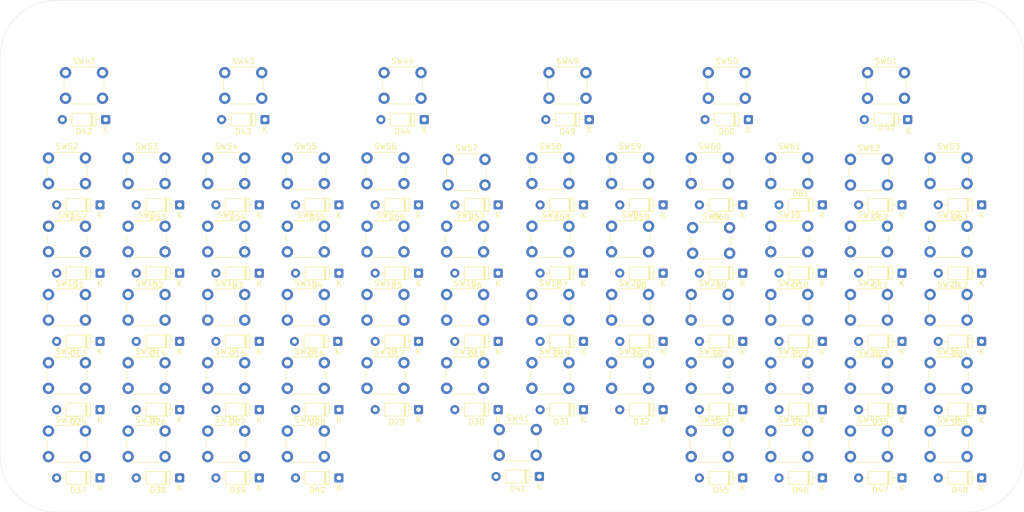
<source format=kicad_pcb>
(kicad_pcb (version 20241229) (generator "pcbnew") (generator_version "9.0")
  (layers (0 "F.Cu" signal) (2 "B.Cu" signal) (13 "F.Paste" user) (15 "B.Paste" user) (5 "F.SilkS" user "F.Silkscreen") (7 "B.SilkS" user "B.Silkscreen") (1 "F.Mask" user) (3 "B.Mask" user) (25 "Edge.Cuts" user))
  (net 0 "")
  (net 1 "Net-(D1-A)")
  (net 2 "Net-(D1-K)")
  (net 3 "Net-(D14-K)")
  (net 4 "Net-(D2-A)")
  (net 5 "Net-(D15-K)")
  (net 6 "Net-(D3-A)")
  (net 7 "Net-(D16-K)")
  (net 8 "Net-(D4-A)")
  (net 9 "Net-(D5-A)")
  (net 10 "Net-(D17-K)")
  (net 11 "Net-(D6-A)")
  (net 12 "Net-(D18-K)")
  (net 13 "Net-(D19-K)")
  (net 14 "Net-(D7-A)")
  (net 15 "Net-(D8-A)")
  (net 16 "Net-(D20-K)")
  (net 17 "Net-(D9-A)")
  (net 18 "Net-(D21-K)")
  (net 19 "Net-(D10-K)")
  (net 20 "Net-(D10-A)")
  (net 21 "Net-(D11-K)")
  (net 22 "Net-(D11-A)")
  (net 23 "Net-(D12-K)")
  (net 24 "Net-(D12-A)")
  (net 25 "Net-(D13-A)")
  (net 26 "Net-(D14-A)")
  (net 27 "Net-(D15-A)")
  (net 28 "Net-(D16-A)")
  (net 29 "Net-(D17-A)")
  (net 30 "Net-(D18-A)")
  (net 31 "Net-(D19-A)")
  (net 32 "Net-(D20-A)")
  (net 33 "Net-(D21-A)")
  (net 34 "Net-(D22-A)")
  (net 35 "Net-(D23-A)")
  (net 36 "Net-(D24-A)")
  (net 37 "Net-(D25-A)")
  (net 38 "Net-(D26-A)")
  (net 39 "Net-(D27-A)")
  (net 40 "Net-(D28-A)")
  (net 41 "Net-(D29-A)")
  (net 42 "Net-(D30-A)")
  (net 43 "Net-(D31-A)")
  (net 44 "Net-(D32-A)")
  (net 45 "Net-(D33-A)")
  (net 46 "Net-(D34-A)")
  (net 47 "Net-(D35-A)")
  (net 48 "Net-(D36-A)")
  (net 49 "Net-(D37-A)")
  (net 50 "Net-(D38-A)")
  (net 51 "Net-(D39-A)")
  (net 52 "Net-(D40-A)")
  (net 53 "Net-(D41-A)")
  (net 54 "Net-(D42-A)")
  (net 55 "Net-(D43-A)")
  (net 56 "Net-(D44-A)")
  (net 57 "Net-(D45-A)")
  (net 58 "Net-(D46-A)")
  (net 59 "Net-(D47-A)")
  (net 60 "Net-(D48-A)")
  (net 61 "Net-(D49-A)")
  (net 62 "Net-(D50-A)")
  (net 63 "Net-(D51-A)")
  (net 64 "Net-(D52-A)")
  (net 65 "Net-(D53-A)")
  (net 66 "Net-(D54-A)")
  (net 67 "Net-(D55-A)")
  (net 68 "Net-(D56-A)")
  (net 69 "Net-(D57-A)")
  (net 70 "Net-(D58-A)")
  (net 71 "Net-(D59-A)")
  (net 72 "Net-(D60-A)")
  (net 73 "Net-(D61-A)")
  (net 74 "Net-(D62-A)")
  (net 75 "Net-(D63-A)")
  (net 76 "Net-(SW1-Pad1)")
  (net 77 "Net-(SW13-Pad1)")
  (net 78 "Net-(SW25-Pad1)")
  (net 79 "Net-(SW37-Pad1)")
  (net 80 "Net-(SW42-Pad1)")
  (net 81 "Net-(SW52-Pad1)")
  (footprint "Button_Switch_THT:SW_PUSH_6mm" (layer "F.Cu") (at 68.5 77.75)
    (property "Reference" "SW52" (at 3.25 -2 0) (layer "F.SilkS"))
    (property "Value" "~")
    (pad "1" thru_hole circle (at 0 0 90) (size 2 2) (drill 1.1) (layers "*.Cu" "*.Mask") (net 81 "Net-(SW52-Pad1)"))
    (pad "1" thru_hole circle (at 6.5 0 90) (size 2 2) (drill 1.1) (layers "*.Cu" "*.Mask") (net 81 "Net-(SW52-Pad1)"))
    (pad "2" thru_hole circle (at 0 4.5 90) (size 2 2) (drill 1.1) (layers "*.Cu" "*.Mask") (net 64 "Net-(D52-A)"))
    (pad "2" thru_hole circle (at 6.5 4.5 90) (size 2 2) (drill 1.1) (layers "*.Cu" "*.Mask") (net 64 "Net-(D52-A)"))
  )
  (footprint "Diode_THT:D_DO-35_SOD27_P7.62mm_Horizontal" (layer "F.Cu") (at 162.56 98 180)
    (property "Reference" "D7" (at 3.81 -2.12 0) (layer "F.SilkS"))
    (property "Value" "1N4148")
    (fp_text user "K" (at 0 -1.8 0) (layer "F.SilkS"))
    (pad "1" thru_hole roundrect (at 0 0 180) (size 1.6 1.6) (drill 0.8) (layers "*.Cu" "*.Mask") (roundrect_rratio 0.15625) (net 13 "Net-(D19-K)"))
    (pad "2" thru_hole circle (at 7.62 0 180) (size 1.6 1.6) (drill 0.8) (layers "*.Cu" "*.Mask") (net 14 "Net-(D7-A)"))
  )
  (footprint "Diode_THT:D_DO-35_SOD27_P7.62mm_Horizontal" (layer "F.Cu") (at 190.56 122 180)
    (property "Reference" "D33" (at 3.81 -2.12 0) (layer "F.SilkS"))
    (property "Value" "1N4148")
    (fp_text user "K" (at 0 -1.8 0) (layer "F.SilkS"))
    (pad "1" thru_hole roundrect (at 0 0 180) (size 1.6 1.6) (drill 0.8) (layers "*.Cu" "*.Mask") (roundrect_rratio 0.15625) (net 18 "Net-(D21-K)"))
    (pad "2" thru_hole circle (at 7.62 0 180) (size 1.6 1.6) (drill 0.8) (layers "*.Cu" "*.Mask") (net 45 "Net-(D33-A)"))
  )
  (footprint "Button_Switch_THT:SW_PUSH_6mm" (layer "F.Cu") (at 223.5 77.75)
    (property "Reference" "SW63" (at 3.25 -2 0) (layer "F.SilkS"))
    (property "Value" "~")
    (pad "1" thru_hole circle (at 0 0 90) (size 2 2) (drill 1.1) (layers "*.Cu" "*.Mask") (net 81 "Net-(SW52-Pad1)"))
    (pad "1" thru_hole circle (at 6.5 0 90) (size 2 2) (drill 1.1) (layers "*.Cu" "*.Mask") (net 81 "Net-(SW52-Pad1)"))
    (pad "2" thru_hole circle (at 0 4.5 90) (size 2 2) (drill 1.1) (layers "*.Cu" "*.Mask") (net 75 "Net-(D63-A)"))
    (pad "2" thru_hole circle (at 6.5 4.5 90) (size 2 2) (drill 1.1) (layers "*.Cu" "*.Mask") (net 75 "Net-(D63-A)"))
  )
  (footprint "Button_Switch_THT:SW_PUSH_6mm" (layer "F.Cu") (at 68.5 89.75)
    (property "Reference" "SW1" (at 3.25 -2 0) (layer "F.SilkS"))
    (property "Value" "~")
    (pad "1" thru_hole circle (at 0 0 90) (size 2 2) (drill 1.1) (layers "*.Cu" "*.Mask") (net 76 "Net-(SW1-Pad1)"))
    (pad "1" thru_hole circle (at 6.5 0 90) (size 2 2) (drill 1.1) (layers "*.Cu" "*.Mask") (net 76 "Net-(SW1-Pad1)"))
    (pad "2" thru_hole circle (at 0 4.5 90) (size 2 2) (drill 1.1) (layers "*.Cu" "*.Mask") (net 1 "Net-(D1-A)"))
    (pad "2" thru_hole circle (at 6.5 4.5 90) (size 2 2) (drill 1.1) (layers "*.Cu" "*.Mask") (net 1 "Net-(D1-A)"))
  )
  (footprint "Button_Switch_THT:SW_PUSH_6mm" (layer "F.Cu") (at 68.5 113.75)
    (property "Reference" "SW25" (at 3.25 -2 0) (layer "F.SilkS"))
    (property "Value" "~")
    (pad "1" thru_hole circle (at 0 0 90) (size 2 2) (drill 1.1) (layers "*.Cu" "*.Mask") (net 78 "Net-(SW25-Pad1)"))
    (pad "1" thru_hole circle (at 6.5 0 90) (size 2 2) (drill 1.1) (layers "*.Cu" "*.Mask") (net 78 "Net-(SW25-Pad1)"))
    (pad "2" thru_hole circle (at 0 4.5 90) (size 2 2) (drill 1.1) (layers "*.Cu" "*.Mask") (net 37 "Net-(D25-A)"))
    (pad "2" thru_hole circle (at 6.5 4.5 90) (size 2 2) (drill 1.1) (layers "*.Cu" "*.Mask") (net 37 "Net-(D25-A)"))
  )
  (footprint "Diode_THT:D_DO-35_SOD27_P7.62mm_Horizontal" (layer "F.Cu") (at 218.56 86 180)
    (property "Reference" "D62" (at 3.81 -2.12 0) (layer "F.SilkS"))
    (property "Value" "1N4148")
    (fp_text user "K" (at 0 -1.8 0) (layer "F.SilkS"))
    (pad "1" thru_hole roundrect (at 0 0 180) (size 1.6 1.6) (drill 0.8) (layers "*.Cu" "*.Mask") (roundrect_rratio 0.15625) (net 21 "Net-(D11-K)"))
    (pad "2" thru_hole circle (at 7.62 0 180) (size 1.6 1.6) (drill 0.8) (layers "*.Cu" "*.Mask") (net 74 "Net-(D62-A)"))
  )
  (footprint "Button_Switch_THT:SW_PUSH_6mm" (layer "F.Cu") (at 223.5 101.75)
    (property "Reference" "SW24" (at 3.25 -1.75 0) (layer "F.SilkS"))
    (property "Value" "~")
    (pad "1" thru_hole circle (at 0 0 90) (size 2 2) (drill 1.1) (layers "*.Cu" "*.Mask") (net 77 "Net-(SW13-Pad1)"))
    (pad "1" thru_hole circle (at 6.5 0 90) (size 2 2) (drill 1.1) (layers "*.Cu" "*.Mask") (net 77 "Net-(SW13-Pad1)"))
    (pad "2" thru_hole circle (at 0 4.5 90) (size 2 2) (drill 1.1) (layers "*.Cu" "*.Mask") (net 36 "Net-(D24-A)"))
    (pad "2" thru_hole circle (at 6.5 4.5 90) (size 2 2) (drill 1.1) (layers "*.Cu" "*.Mask") (net 36 "Net-(D24-A)"))
  )
  (footprint "Diode_THT:D_DO-35_SOD27_P7.62mm_Horizontal" (layer "F.Cu") (at 176.56 98 180)
    (property "Reference" "D8" (at 3.81 -2.12 0) (layer "F.SilkS"))
    (property "Value" "1N4148")
    (fp_text user "K" (at 0 -1.8 0) (layer "F.SilkS"))
    (pad "1" thru_hole roundrect (at 0 0 180) (size 1.6 1.6) (drill 0.8) (layers "*.Cu" "*.Mask") (roundrect_rratio 0.15625) (net 16 "Net-(D20-K)"))
    (pad "2" thru_hole circle (at 7.62 0 180) (size 1.6 1.6) (drill 0.8) (layers "*.Cu" "*.Mask") (net 15 "Net-(D8-A)"))
  )
  (footprint "Button_Switch_THT:SW_PUSH_6mm" (layer "F.Cu") (at 127.5 62.75)
    (property "Reference" "SW44" (at 3.25 -2 0) (layer "F.SilkS"))
    (property "Value" "~")
    (pad "1" thru_hole circle (at 0 0 90) (size 2 2) (drill 1.1) (layers "*.Cu" "*.Mask") (net 80 "Net-(SW42-Pad1)"))
    (pad "1" thru_hole circle (at 6.5 0 90) (size 2 2) (drill 1.1) (layers "*.Cu" "*.Mask") (net 80 "Net-(SW42-Pad1)"))
    (pad "2" thru_hole circle (at 0 4.5 90) (size 2 2) (drill 1.1) (layers "*.Cu" "*.Mask") (net 56 "Net-(D44-A)"))
    (pad "2" thru_hole circle (at 6.5 4.5 90) (size 2 2) (drill 1.1) (layers "*.Cu" "*.Mask") (net 56 "Net-(D44-A)"))
  )
  (footprint "Diode_THT:D_DO-35_SOD27_P7.62mm_Horizontal" (layer "F.Cu") (at 105.56 110 180)
    (property "Reference" "D15" (at 3.81 -2.12 0) (layer "F.SilkS"))
    (property "Value" "1N4148")
    (fp_text user "K" (at 0 -1.8 0) (layer "F.SilkS"))
    (pad "1" thru_hole roundrect (at 0 0 180) (size 1.6 1.6) (drill 0.8) (layers "*.Cu" "*.Mask") (roundrect_rratio 0.15625) (net 5 "Net-(D15-K)"))
    (pad "2" thru_hole circle (at 7.62 0 180) (size 1.6 1.6) (drill 0.8) (layers "*.Cu" "*.Mask") (net 27 "Net-(D15-A)"))
  )
  (footprint "Diode_THT:D_DO-35_SOD27_P7.62mm_Horizontal" (layer "F.Cu") (at 91.56 122 180)
    (property "Reference" "D26" (at 3.81 -2.12 0) (layer "F.SilkS"))
    (property "Value" "1N4148")
    (fp_text user "K" (at 0 -1.8 0) (layer "F.SilkS"))
    (pad "1" thru_hole roundrect (at 0 0 180) (size 1.6 1.6) (drill 0.8) (layers "*.Cu" "*.Mask") (roundrect_rratio 0.15625) (net 3 "Net-(D14-K)"))
    (pad "2" thru_hole circle (at 7.62 0 180) (size 1.6 1.6) (drill 0.8) (layers "*.Cu" "*.Mask") (net 38 "Net-(D26-A)"))
  )
  (footprint "Button_Switch_THT:SW_PUSH_6mm" (layer "F.Cu") (at 124.5 101.75)
    (property "Reference" "SW17" (at 3.25 -2 0) (layer "F.SilkS"))
    (property "Value" "~")
    (pad "1" thru_hole circle (at 0 0 90) (size 2 2) (drill 1.1) (layers "*.Cu" "*.Mask") (net 77 "Net-(SW13-Pad1)"))
    (pad "1" thru_hole circle (at 6.5 0 90) (size 2 2) (drill 1.1) (layers "*.Cu" "*.Mask") (net 77 "Net-(SW13-Pad1)"))
    (pad "2" thru_hole circle (at 0 4.5 90) (size 2 2) (drill 1.1) (layers "*.Cu" "*.Mask") (net 29 "Net-(D17-A)"))
    (pad "2" thru_hole circle (at 6.5 4.5 90) (size 2 2) (drill 1.1) (layers "*.Cu" "*.Mask") (net 29 "Net-(D17-A)"))
  )
  (footprint "Diode_THT:D_DO-35_SOD27_P7.62mm_Horizontal" (layer "F.Cu") (at 190.56 98 180)
    (property "Reference" "D9" (at 3.81 -2.12 0) (layer "F.SilkS"))
    (property "Value" "1N4148")
    (fp_text user "K" (at 0 -1.8 0) (layer "F.SilkS"))
    (pad "1" thru_hole roundrect (at 0 0 180) (size 1.6 1.6) (drill 0.8) (layers "*.Cu" "*.Mask") (roundrect_rratio 0.15625) (net 18 "Net-(D21-K)"))
    (pad "2" thru_hole circle (at 7.62 0 180) (size 1.6 1.6) (drill 0.8) (layers "*.Cu" "*.Mask") (net 17 "Net-(D9-A)"))
  )
  (footprint "Button_Switch_THT:SW_PUSH_6mm" (layer "F.Cu") (at 153.5 101.75)
    (property "Reference" "SW19" (at 3.25 -2 0) (layer "F.SilkS"))
    (property "Value" "~")
    (pad "1" thru_hole circle (at 0 0 90) (size 2 2) (drill 1.1) (layers "*.Cu" "*.Mask") (net 77 "Net-(SW13-Pad1)"))
    (pad "1" thru_hole circle (at 6.5 0 90) (size 2 2) (drill 1.1) (layers "*.Cu" "*.Mask") (net 77 "Net-(SW13-Pad1)"))
    (pad "2" thru_hole circle (at 0 4.5 90) (size 2 2) (drill 1.1) (layers "*.Cu" "*.Mask") (net 31 "Net-(D19-A)"))
    (pad "2" thru_hole circle (at 6.5 4.5 90) (size 2 2) (drill 1.1) (layers "*.Cu" "*.Mask") (net 31 "Net-(D19-A)"))
  )
  (footprint "Diode_THT:D_DO-35_SOD27_P7.62mm_Horizontal" (layer "F.Cu") (at 119.56 122 180)
    (property "Reference" "D28" (at 3.81 -2.12 0) (layer "F.SilkS"))
    (property "Value" "1N4148")
    (fp_text user "K" (at 0 -1.8 0) (layer "F.SilkS"))
    (pad "1" thru_hole roundrect (at 0 0 180) (size 1.6 1.6) (drill 0.8) (layers "*.Cu" "*.Mask") (roundrect_rratio 0.15625) (net 7 "Net-(D16-K)"))
    (pad "2" thru_hole circle (at 7.62 0 180) (size 1.6 1.6) (drill 0.8) (layers "*.Cu" "*.Mask") (net 40 "Net-(D28-A)"))
  )
  (footprint "Diode_THT:D_DO-35_SOD27_P7.62mm_Horizontal" (layer "F.Cu") (at 191.56 71 180)
    (property "Reference" "D50" (at 3.81 -2.12 0) (layer "F.SilkS"))
    (property "Value" "1N4148")
    (fp_text user "K" (at 0 -1.8 0) (layer "F.SilkS"))
    (pad "1" thru_hole roundrect (at 0 0 180) (size 1.6 1.6) (drill 0.8) (layers "*.Cu" "*.Mask") (roundrect_rratio 0.15625) (net 18 "Net-(D21-K)"))
    (pad "2" thru_hole circle (at 7.62 0 180) (size 1.6 1.6) (drill 0.8) (layers "*.Cu" "*.Mask") (net 62 "Net-(D50-A)"))
  )
  (footprint "Diode_THT:D_DO-35_SOD27_P7.62mm_Horizontal" (layer "F.Cu") (at 91.56 86 180)
    (property "Reference" "D53" (at 3.81 -2.12 0) (layer "F.SilkS"))
    (property "Value" "1N4148")
    (fp_text user "K" (at 0 -1.8 0) (layer "F.SilkS"))
    (pad "1" thru_hole roundrect (at 0 0 180) (size 1.6 1.6) (drill 0.8) (layers "*.Cu" "*.Mask") (roundrect_rratio 0.15625) (net 3 "Net-(D14-K)"))
    (pad "2" thru_hole circle (at 7.62 0 180) (size 1.6 1.6) (drill 0.8) (layers "*.Cu" "*.Mask") (net 65 "Net-(D53-A)"))
  )
  (footprint "Button_Switch_THT:SW_PUSH_6mm" (layer "F.Cu") (at 138.5 89.75)
    (property "Reference" "SW6" (at 3.25 -2 0) (layer "F.SilkS"))
    (property "Value" "~")
    (pad "1" thru_hole circle (at 0 0 90) (size 2 2) (drill 1.1) (layers "*.Cu" "*.Mask") (net 76 "Net-(SW1-Pad1)"))
    (pad "1" thru_hole circle (at 6.5 0 90) (size 2 2) (drill 1.1) (layers "*.Cu" "*.Mask") (net 76 "Net-(SW1-Pad1)"))
    (pad "2" thru_hole circle (at 0 4.5 90) (size 2 2) (drill 1.1) (layers "*.Cu" "*.Mask") (net 11 "Net-(D6-A)"))
    (pad "2" thru_hole circle (at 6.5 4.5 90) (size 2 2) (drill 1.1) (layers "*.Cu" "*.Mask") (net 11 "Net-(D6-A)"))
  )
  (footprint "Diode_THT:D_DO-35_SOD27_P7.62mm_Horizontal" (layer "F.Cu") (at 147.56 110 180)
    (property "Reference" "D18" (at 3.81 -2.12 0) (layer "F.SilkS"))
    (property "Value" "1N4148")
    (fp_text user "K" (at 0 -1.8 0) (layer "F.SilkS"))
    (pad "1" thru_hole roundrect (at 0 0 180) (size 1.6 1.6) (drill 0.8) (layers "*.Cu" "*.Mask") (roundrect_rratio 0.15625) (net 12 "Net-(D18-K)"))
    (pad "2" thru_hole circle (at 7.62 0 180) (size 1.6 1.6) (drill 0.8) (layers "*.Cu" "*.Mask") (net 30 "Net-(D18-A)"))
  )
  (footprint "Diode_THT:D_DO-35_SOD27_P7.62mm_Horizontal" (layer "F.Cu") (at 77.56 134 180)
    (property "Reference" "D37" (at 3.81 -2.12 0) (layer "F.SilkS"))
    (property "Value" "1N4148")
    (fp_text user "K" (at 0 -1.8 0) (layer "F.SilkS"))
    (pad "1" thru_hole roundrect (at 0 0 180) (size 1.6 1.6) (drill 0.8) (layers "*.Cu" "*.Mask") (roundrect_rratio 0.15625) (net 2 "Net-(D1-K)"))
    (pad "2" thru_hole circle (at 7.62 0 180) (size 1.6 1.6) (drill 0.8) (layers "*.Cu" "*.Mask") (net 49 "Net-(D37-A)"))
  )
  (footprint "Button_Switch_THT:SW_PUSH_6mm" (layer "F.Cu") (at 138.5 101.75)
    (property "Reference" "SW18" (at 3.25 -2 0) (layer "F.SilkS"))
    (property "Value" "~")
    (pad "1" thru_hole circle (at 0 0 90) (size 2 2) (drill 1.1) (layers "*.Cu" "*.Mask") (net 77 "Net-(SW13-Pad1)"))
    (pad "1" thru_hole circle (at 6.5 0 90) (size 2 2) (drill 1.1) (layers "*.Cu" "*.Mask") (net 77 "Net-(SW13-Pad1)"))
    (pad "2" thru_hole circle (at 0 4.5 90) (size 2 2) (drill 1.1) (layers "*.Cu" "*.Mask") (net 30 "Net-(D18-A)"))
    (pad "2" thru_hole circle (at 6.5 4.5 90) (size 2 2) (drill 1.1) (layers "*.Cu" "*.Mask") (net 30 "Net-(D18-A)"))
  )
  (footprint "Diode_THT:D_DO-35_SOD27_P7.62mm_Horizontal" (layer "F.Cu") (at 91.56 98 180)
    (property "Reference" "D2" (at 3.81 -2.12 0) (layer "F.SilkS"))
    (property "Value" "1N4148")
    (fp_text user "K" (at 0 -1.8 0) (layer "F.SilkS"))
    (pad "1" thru_hole roundrect (at 0 0 180) (size 1.6 1.6) (drill 0.8) (layers "*.Cu" "*.Mask") (roundrect_rratio 0.15625) (net 3 "Net-(D14-K)"))
    (pad "2" thru_hole circle (at 7.62 0 180) (size 1.6 1.6) (drill 0.8) (layers "*.Cu" "*.Mask") (net 4 "Net-(D2-A)"))
  )
  (footprint "Button_Switch_THT:SW_PUSH_6mm" (layer "F.Cu") (at 181.5 101.75)
    (property "Reference" "SW21" (at 3.25 -2 0) (layer "F.SilkS"))
    (property "Value" "~")
    (pad "1" thru_hole circle (at 0 0 90) (size 2 2) (drill 1.1) (layers "*.Cu" "*.Mask") (net 77 "Net-(SW13-Pad1)"))
    (pad "1" thru_hole circle (at 6.5 0 90) (size 2 2) (drill 1.1) (layers "*.Cu" "*.Mask") (net 77 "Net-(SW13-Pad1)"))
    (pad "2" thru_hole circle (at 0 4.5 90) (size 2 2) (drill 1.1) (layers "*.Cu" "*.Mask") (net 33 "Net-(D21-A)"))
    (pad "2" thru_hole circle (at 6.5 4.5 90) (size 2 2) (drill 1.1) (layers "*.Cu" "*.Mask") (net 33 "Net-(D21-A)"))
  )
  (footprint "Button_Switch_THT:SW_PUSH_6mm" (layer "F.Cu") (at 209.5 89.75)
    (property "Reference" "SW11" (at 3.25 -2 0) (layer "F.SilkS"))
    (property "Value" "~")
    (pad "1" thru_hole circle (at 0 0 90) (size 2 2) (drill 1.1) (layers "*.Cu" "*.Mask") (net 76 "Net-(SW1-Pad1)"))
    (pad "1" thru_hole circle (at 6.5 0 90) (size 2 2) (drill 1.1) (layers "*.Cu" "*.Mask") (net 76 "Net-(SW1-Pad1)"))
    (pad "2" thru_hole circle (at 0 4.5 90) (size 2 2) (drill 1.1) (layers "*.Cu" "*.Mask") (net 22 "Net-(D11-A)"))
    (pad "2" thru_hole circle (at 6.5 4.5 90) (size 2 2) (drill 1.1) (layers "*.Cu" "*.Mask") (net 22 "Net-(D11-A)"))
  )
  (footprint "Button_Switch_THT:SW_PUSH_6mm" (layer "F.Cu") (at 82.5 113.75)
    (property "Reference" "SW26" (at 3.25 -2 0) (layer "F.SilkS"))
    (property "Value" "~")
    (pad "1" thru_hole circle (at 0 0 90) (size 2 2) (drill 1.1) (layers "*.Cu" "*.Mask") (net 78 "Net-(SW25-Pad1)"))
    (pad "1" thru_hole circle (at 6.5 0 90) (size 2 2) (drill 1.1) (layers "*.Cu" "*.Mask") (net 78 "Net-(SW25-Pad1)"))
    (pad "2" thru_hole circle (at 0 4.5 90) (size 2 2) (drill 1.1) (layers "*.Cu" "*.Mask") (net 38 "Net-(D26-A)"))
    (pad "2" thru_hole circle (at 6.5 4.5 90) (size 2 2) (drill 1.1) (layers "*.Cu" "*.Mask") (net 38 "Net-(D26-A)"))
  )
  (footprint "Diode_THT:D_DO-35_SOD27_P7.62mm_Horizontal" (layer "F.Cu") (at 133.56 122 180)
    (property "Reference" "D29" (at 3.81 -2.12 0) (layer "F.SilkS"))
    (property "Value" "1N4148")
    (fp_text user "K" (at 0 -1.8 0) (layer "F.SilkS"))
    (pad "1" thru_hole roundrect (at 0 0 180) (size 1.6 1.6) (drill 0.8) (layers "*.Cu" "*.Mask") (roundrect_rratio 0.15625) (net 10 "Net-(D17-K)"))
    (pad "2" thru_hole circle (at 7.62 0 180) (size 1.6 1.6) (drill 0.8) (layers "*.Cu" "*.Mask") (net 41 "Net-(D29-A)"))
  )
  (footprint "Diode_THT:D_DO-35_SOD27_P7.62mm_Horizontal" (layer "F.Cu") (at 204.56 98 180)
    (property "Reference" "D10" (at 3.81 -2.12 0) (layer "F.SilkS"))
    (property "Value" "1N4148")
    (fp_text user "K" (at 0 -1.8 0) (layer "F.SilkS"))
    (pad "1" thru_hole roundrect (at 0 0 180) (size 1.6 1.6) (drill 0.8) (layers "*.Cu" "*.Mask") (roundrect_rratio 0.15625) (net 19 "Net-(D10-K)"))
    (pad "2" thru_hole circle (at 7.62 0 180) (size 1.6 1.6) (drill 0.8) (layers "*.Cu" "*.Mask") (net 20 "Net-(D10-A)"))
  )
  (footprint "Button_Switch_THT:SW_PUSH_6mm" (layer "F.Cu") (at 153.5 89.75)
    (property "Reference" "SW7" (at 3.25 -2 0) (layer "F.SilkS"))
    (property "Value" "~")
    (pad "1" thru_hole circle (at 0 0 90) (size 2 2) (drill 1.1) (layers "*.Cu" "*.Mask") (net 76 "Net-(SW1-Pad1)"))
    (pad "1" thru_hole circle (at 6.5 0 90) (size 2 2) (drill 1.1) (layers "*.Cu" "*.Mask") (net 76 "Net-(SW1-Pad1)"))
    (pad "2" thru_hole circle (at 0 4.5 90) (size 2 2) (drill 1.1) (layers "*.Cu" "*.Mask") (net 14 "Net-(D7-A)"))
    (pad "2" thru_hole circle (at 6.5 4.5 90) (size 2 2) (drill 1.1) (layers "*.Cu" "*.Mask") (net 14 "Net-(D7-A)"))
  )
  (footprint "Diode_THT:D_DO-35_SOD27_P7.62mm_Horizontal" (layer "F.Cu") (at 78.56 71 180)
    (property "Reference" "D42" (at 3.81 -2.12 0) (layer "F.SilkS"))
    (property "Value" "1N4148")
    (fp_text user "K" (at 0 -1.8 0) (layer "F.SilkS"))
    (pad "1" thru_hole roundrect (at 0 0 180) (size 1.6 1.6) (drill 0.8) (layers "*.Cu" "*.Mask") (roundrect_rratio 0.15625) (net 2 "Net-(D1-K)"))
    (pad "2" thru_hole circle (at 7.62 0 180) (size 1.6 1.6) (drill 0.8) (layers "*.Cu" "*.Mask") (net 54 "Net-(D42-A)"))
  )
  (footprint "Diode_THT:D_DO-35_SOD27_P7.62mm_Horizontal" (layer "F.Cu") (at 219.56 71 180)
    (property "Reference" "D51" (at 3.69 -1.3 0) (layer "F.SilkS"))
    (property "Value" "1N4148")
    (fp_text user "K" (at -0.19 -2 0) (layer "F.SilkS"))
    (pad "1" thru_hole roundrect (at 0 0 180) (size 1.6 1.6) (drill 0.8) (layers "*.Cu" "*.Mask") (roundrect_rratio 0.15625) (net 21 "Net-(D11-K)"))
    (pad "2" thru_hole circle (at 7.62 0 180) (size 1.6 1.6) (drill 0.8) (layers "*.Cu" "*.Mask") (net 63 "Net-(D51-A)"))
  )
  (footprint "Diode_THT:D_DO-35_SOD27_P7.62mm_Horizontal" (layer "F.Cu") (at 105.56 134 180)
    (property "Reference" "D39" (at 3.81 -2.12 0) (layer "F.SilkS"))
    (property "Value" "1N4148")
    (fp_text user "K" (at 0 -1.8 0) (layer "F.SilkS"))
    (pad "1" thru_hole roundrect (at 0 0 180) (size 1.6 1.6) (drill 0.8) (layers "*.Cu" "*.Mask") (roundrect_rratio 0.15625) (net 5 "Net-(D15-K)"))
    (pad "2" thru_hole circle (at 7.62 0 180) (size 1.6 1.6) (drill 0.8) (layers "*.Cu" "*.Mask") (net 51 "Net-(D39-A)"))
  )
  (footprint "Button_Switch_THT:SW_PUSH_6mm" (layer "F.Cu") (at 110.5 113.75)
    (property "Reference" "SW28" (at 3.25 -2 0) (layer "F.SilkS"))
    (property "Value" "~")
    (pad "1" thru_hole circle (at 0 0 90) (size 2 2) (drill 1.1) (layers "*.Cu" "*.Mask") (net 78 "Net-(SW25-Pad1)"))
    (pad "1" thru_hole circle (at 6.5 0 90) (size 2 2) (drill 1.1) (layers "*.Cu" "*.Mask") (net 78 "Net-(SW25-Pad1)"))
    (pad "2" thru_hole circle (at 0 4.5 90) (size 2 2) (drill 1.1) (layers "*.Cu" "*.Mask") (net 40 "Net-(D28-A)"))
    (pad "2" thru_hole circle (at 6.5 4.5 90) (size 2 2) (drill 1.1) (layers "*.Cu" "*.Mask") (net 40 "Net-(D28-A)"))
  )
  (footprint "Button_Switch_THT:SW_PUSH_6mm" (layer "F.Cu") (at 124.5 77.75)
    (property "Reference" "SW56" (at 3.25 -2 0) (layer "F.SilkS"))
    (property "Value" "~")
    (pad "1" thru_hole circle (at 0 0 90) (size 2 2) (drill 1.1) (layers "*.Cu" "*.Mask") (net 81 "Net-(SW52-Pad1)"))
    (pad "1" thru_hole circle (at 6.5 0 90) (size 2 2) (drill 1.1) (layers "*.Cu" "*.Mask") (net 81 "Net-(SW52-Pad1)"))
    (pad "2" thru_hole circle (at 0 4.5 90) (size 2 2) (drill 1.1) (layers "*.Cu" "*.Mask") (net 68 "Net-(D56-A)"))
    (pad "2" thru_hole circle (at 6.5 4.5 90) (size 2 2) (drill 1.1) (layers "*.Cu" "*.Mask") (net 68 "Net-(D56-A)"))
  )
  (footprint "Diode_THT:D_DO-35_SOD27_P7.62mm_Horizontal" (layer "F.Cu") (at 218.56 98 180)
    (property "Reference" "D11" (at 3.81 -2.12 0) (layer "F.SilkS"))
    (property "Value" "1N4148")
    (fp_text user "K" (at 0 -1.8 0) (layer "F.SilkS"))
    (pad "1" thru_hole roundrect (at 0 0 180) (size 1.6 1.6) (drill 0.8) (layers "*.Cu" "*.Mask") (roundrect_rratio 0.15625) (net 21 "Net-(D11-K)"))
    (pad "2" thru_hole circle (at 7.62 0 180) (size 1.6 1.6) (drill 0.8) (layers "*.Cu" "*.Mask") (net 22 "Net-(D11-A)"))
  )
  (footprint "Button_Switch_THT:SW_PUSH_6mm" (layer "F.Cu") (at 110.5 89.75)
    (property "Reference" "SW4" (at 3.25 -2 0) (layer "F.SilkS"))
    (property "Value" "~")
    (pad "1" thru_hole circle (at 0 0 90) (size 2 2) (drill 1.1) (layers "*.Cu" "*.Mask") (net 76 "Net-(SW1-Pad1)"))
    (pad "1" thru_hole circle (at 6.5 0 90) (size 2 2) (drill 1.1) (layers "*.Cu" "*.Mask") (net 76 "Net-(SW1-Pad1)"))
    (pad "2" thru_hole circle (at 0 4.5 90) (size 2 2) (drill 1.1) (layers "*.Cu" "*.Mask") (net 8 "Net-(D4-A)"))
    (pad "2" thru_hole circle (at 6.5 4.5 90) (size 2 2) (drill 1.1) (layers "*.Cu" "*.Mask") (net 8 "Net-(D4-A)"))
  )
  (footprint "Button_Switch_THT:SW_PUSH_6mm" (layer "F.Cu") (at 68.5 125.75)
    (property "Reference" "SW37" (at 3.25 -2 0) (layer "F.SilkS"))
    (property "Value" "~")
    (pad "1" thru_hole circle (at 0 0 90) (size 2 2) (drill 1.1) (layers "*.Cu" "*.Mask") (net 79 "Net-(SW37-Pad1)"))
    (pad "1" thru_hole circle (at 6.5 0 90) (size 2 2) (drill 1.1) (layers "*.Cu" "*.Mask") (net 79 "Net-(SW37-Pad1)"))
    (pad "2" thru_hole circle (at 0 4.5 90) (size 2 2) (drill 1.1) (layers "*.Cu" "*.Mask") (net 49 "Net-(D37-A)"))
    (pad "2" thru_hole circle (at 6.5 4.5 90) (size 2 2) (drill 1.1) (layers "*.Cu" "*.Mask") (net 49 "Net-(D37-A)"))
  )
  (footprint "Diode_THT:D_DO-35_SOD27_P7.62mm_Horizontal" (layer "F.Cu") (at 119.56 134 180)
    (property "Reference" "D40" (at 3.81 -2.12 0) (layer "F.SilkS"))
    (property "Value" "1N4148")
    (fp_text user "K" (at 0 -1.8 0) (layer "F.SilkS"))
    (pad "1" thru_hole roundrect (at 0 0 180) (size 1.6 1.6) (drill 0.8) (layers "*.Cu" "*.Mask") (roundrect_rratio 0.15625) (net 7 "Net-(D16-K)"))
    (pad "2" thru_hole circle (at 7.62 0 180) (size 1.6 1.6) (drill 0.8) (layers "*.Cu" "*.Mask") (net 52 "Net-(D40-A)"))
  )
  (footprint "Diode_THT:D_DO-35_SOD27_P7.62mm_Horizontal" (layer "F.Cu") (at 106.56 71 180)
    (property "Reference" "D43" (at 3.81 -2.12 0) (layer "F.SilkS"))
    (property "Value" "1N4148")
    (fp_text user "K" (at 0 -1.8 0) (layer "F.SilkS"))
    (pad "1" thru_hole roundrect (at 0 0 180) (size 1.6 1.6) (drill 0.8) (layers "*.Cu" "*.Mask") (roundrect_rratio 0.15625) (net 5 "Net-(D15-K)"))
    (pad "2" thru_hole circle (at 7.62 0 180) (size 1.6 1.6) (drill 0.8) (layers "*.Cu" "*.Mask") (net 55 "Net-(D43-A)"))
  )
  (footprint "Button_Switch_THT:SW_PUSH_6mm" (layer "F.Cu") (at 223.5 89.75)
    (property "Reference" "SW12" (at 3.25 -2 0) (layer "F.SilkS"))
    (property "Value" "~")
    (pad "1" thru_hole circle (at 0 0 90) (size 2 2) (drill 1.1) (layers "*.Cu" "*.Mask") (net 76 "Net-(SW1-Pad1)"))
    (pad "1" thru_hole circle (at 6.5 0 90) (size 2 2) (drill 1.1) (layers "*.Cu" "*.Mask") (net 76 "Net-(SW1-Pad1)"))
    (pad "2" thru_hole circle (at 0 4.5 90) (size 2 2) (drill 1.1) (layers "*.Cu" "*.Mask") (net 24 "Net-(D12-A)"))
    (pad "2" thru_hole circle (at 6.5 4.5 90) (size 2 2) (drill 1.1) (layers "*.Cu" "*.Mask") (net 24 "Net-(D12-A)"))
  )
  (footprint "Button_Switch_THT:SW_PUSH_6mm" (layer "F.Cu") (at 195.5 101.75)
    (property "Reference" "SW22" (at 3.25 -2 0) (layer "F.SilkS"))
    (property "Value" "~")
    (pad "1" thru_hole circle (at 0 0 90) (size 2 2) (drill 1.1) (layers "*.Cu" "*.Mask") (net 77 "Net-(SW13-Pad1)"))
    (pad "1" thru_hole circle (at 6.5 0 90) (size 2 2) (drill 1.1) (layers "*.Cu" "*.Mask") (net 77 "Net-(SW13-Pad1)"))
    (pad "2" thru_hole circle (at 0 4.5 90) (size 2 2) (drill 1.1) (layers "*.Cu" "*.Mask") (net 34 "Net-(D22-A)"))
    (pad "2" thru_hole circle (at 6.5 4.5 90) (size 2 2) (drill 1.1) (layers "*.Cu" "*.Mask") (net 34 "Net-(D22-A)"))
  )
  (footprint "Button_Switch_THT:SW_PUSH_6mm" (layer "F.Cu") (at 96.5 89.75)
    (property "Reference" "SW3" (at 3.25 -2 0) (layer "F.SilkS"))
    (property "Value" "~")
    (pad "1" thru_hole circle (at 0 0 90) (size 2 2) (drill 1.1) (layers "*.Cu" "*.Mask") (net 76 "Net-(SW1-Pad1)"))
    (pad "1" thru_hole circle (at 6.5 0 90) (size 2 2) (drill 1.1) (layers "*.Cu" "*.Mask") (net 76 "Net-(SW1-Pad1)"))
    (pad "2" thru_hole circle (at 0 4.5 90) (size 2 2) (drill 1.1) (layers "*.Cu" "*.Mask") (net 6 "Net-(D3-A)"))
    (pad "2" thru_hole circle (at 6.5 4.5 90) (size 2 2) (drill 1.1) (layers "*.Cu" "*.Mask") (net 6 "Net-(D3-A)"))
  )
  (footprint "Button_Switch_THT:SW_PUSH_6mm" (layer "F.Cu") (at 209.5 101.75)
    (property "Reference" "SW23" (at 3.25 -2 0) (layer "F.SilkS"))
    (property "Value" "~")
    (pad "1" thru_hole circle (at 0 0 90) (size 2 2) (drill 1.1) (layers "*.Cu" "*.Mask") (net 77 "Net-(SW13-Pad1)"))
    (pad "1" thru_hole circle (at 6.5 0 90) (size 2 2) (drill 1.1) (layers "*.Cu" "*.Mask") (net 77 "Net-(SW13-Pad1)"))
    (pad "2" thru_hole circle (at 0 4.5 90) (size 2 2) (drill 1.1) (layers "*.Cu" "*.Mask") (net 35 "Net-(D23-A)"))
    (pad "2" thru_hole circle (at 6.5 4.5 90) (size 2 2) (drill 1.1) (layers "*.Cu" "*.Mask") (net 35 "Net-(D23-A)"))
  )
  (footprint "Diode_THT:D_DO-35_SOD27_P7.62mm_Horizontal" (layer "F.Cu") (at 119.56 98 180)
    (property "Reference" "D4" (at 3.81 -2.12 0) (layer "F.SilkS"))
    (property "Value" "1N4148")
    (fp_text user "K" (at 0 -1.8 0) (layer "F.SilkS"))
    (pad "1" thru_hole roundrect (at 0 0 180) (size 1.6 1.6) (drill 0.8) (layers "*.Cu" "*.Mask") (roundrect_rratio 0.15625) (net 7 "Net-(D16-K)"))
    (pad "2" thru_hole circle (at 7.62 0 180) (size 1.6 1.6) (drill 0.8) (layers "*.Cu" "*.Mask") (net 8 "Net-(D4-A)"))
  )
  (footprint "Button_Switch_THT:SW_PUSH_6mm" (layer "F.Cu") (at 153.5 77.75)
    (property "Reference" "SW58" (at 3.25 -2 0) (layer "F.SilkS"))
    (property "Value" "~")
    (pad "1" thru_hole circle (at 0 0 90) (size 2 2) (drill 1.1) (layers "*.Cu" "*.Mask") (net 81 "Net-(SW52-Pad1)"))
    (pad "1" thru_hole circle (at 6.5 0 90) (size 2 2) (drill 1.1) (layers "*.Cu" "*.Mask") (net 81 "Net-(SW52-Pad1)"))
    (pad "2" thru_hole circle (at 0 4.5 90) (size 2 2) (drill 1.1) (layers "*.Cu" "*.Mask") (net 70 "Net-(D58-A)"))
    (pad "2" thru_hole circle (at 6.5 4.5 90) (size 2 2) (drill 1.1) (layers "*.Cu" "*.Mask") (net 70 "Net-(D58-A)"))
  )
  (footprint "Diode_THT:D_DO-35_SOD27_P7.62mm_Horizontal" (layer "F.Cu") (at 204.56 110 180)
    (property "Reference" "D22" (at 3.81 -2.12 0) (layer "F.SilkS"))
    (property "Value" "1N4148")
    (fp_text user "K" (at 0 -1.8 0) (layer "F.SilkS"))
    (pad "1" thru_hole roundrect (at 0 0 180) (size 1.6 1.6) (drill 0.8) (layers "*.Cu" "*.Mask") (roundrect_rratio 0.15625) (net 19 "Net-(D10-K)"))
    (pad "2" thru_hole circle (at 7.62 0 180) (size 1.6 1.6) (drill 0.8) (layers "*.Cu" "*.Mask") (net 34 "Net-(D22-A)"))
  )
  (footprint "Button_Switch_THT:SW_PUSH_6mm" (layer "F.Cu") (at 138.5 113.75)
    (property "Reference" "SW30" (at 3.25 -2 0) (layer "F.SilkS"))
    (property "Value" "~")
    (pad "1" thru_hole circle (at 0 0 90) (size 2 2) (drill 1.1) (layers "*.Cu" "*.Mask") (net 78 "Net-(SW25-Pad1)"))
    (pad "1" thru_hole circle (at 6.5 0 90) (size 2 2) (drill 1.1) (layers "*.Cu" "*.Mask") (net 78 "Net-(SW25-Pad1)"))
    (pad "2" thru_hole circle (at 0 4.5 90) (size 2 2) (drill 1.1) (layers "*.Cu" "*.Mask") (net 42 "Net-(D30-A)"))
    (pad "2" thru_hole circle (at 6.5 4.5 90) (size 2 2) (drill 1.1) (layers "*.Cu" "*.Mask") (net 42 "Net-(D30-A)"))
  )
  (footprint "Button_Switch_THT:SW_PUSH_6mm" (layer "F.Cu") (at 110.5 125.75)
    (property "Reference" "SW40" (at 3.25 -2 0) (layer "F.SilkS"))
    (property "Value" "~")
    (pad "1" thru_hole circle (at 0 0 90) (size 2 2) (drill 1.1) (layers "*.Cu" "*.Mask") (net 79 "Net-(SW37-Pad1)"))
    (pad "1" thru_hole circle (at 6.5 0 90) (size 2 2) (drill 1.1) (layers "*.Cu" "*.Mask") (net 79 "Net-(SW37-Pad1)"))
    (pad "2" thru_hole circle (at 0 4.5 90) (size 2 2) (drill 1.1) (layers "*.Cu" "*.Mask") (net 52 "Net-(D40-A)"))
    (pad "2" thru_hole circle (at 6.5 4.5 90) (size 2 2) (drill 1.1) (layers "*.Cu" "*.Mask") (net 52 "Net-(D40-A)"))
  )
  (footprint "Button_Switch_THT:SW_PUSH_6mm" (layer "F.Cu") (at 124.5 113.75)
    (property "Reference" "SW29" (at 3.25 -2 0) (layer "F.SilkS"))
    (property "Value" "~")
    (pad "1" thru_hole circle (at 0 0 90) (size 2 2) (drill 1.1) (layers "*.Cu" "*.Mask") (net 78 "Net-(SW25-Pad1)"))
    (pad "1" thru_hole circle (at 6.5 0 90) (size 2 2) (drill 1.1) (layers "*.Cu" "*.Mask") (net 78 "Net-(SW25-Pad1)"))
    (pad "2" thru_hole circle (at 0 4.5 90) (size 2 2) (drill 1.1) (layers "*.Cu" "*.Mask") (net 41 "Net-(D29-A)"))
    (pad "2" thru_hole circle (at 6.5 4.5 90) (size 2 2) (drill 1.1) (layers "*.Cu" "*.Mask") (net 41 "Net-(D29-A)"))
  )
  (footprint "Button_Switch_THT:SW_PUSH_6mm" (layer "F.Cu") (at 223.5 125.75)
    (property "Reference" "SW48" (at 3.25 -2 0) (layer "F.SilkS"))
    (property "Value" "~")
    (pad "1" thru_hole circle (at 0 0 90) (size 2 2) (drill 1.1) (layers "*.Cu" "*.Mask") (net 79 "Net-(SW37-Pad1)"))
    (pad "1" thru_hole circle (at 6.5 0 90) (size 2 2) (drill 1.1) (layers "*.Cu" "*.Mask") (net 79 "Net-(SW37-Pad1)"))
    (pad "2" thru_hole circle (at 0 4.5 90) (size 2 2) (drill 1.1) (layers "*.Cu" "*.Mask") (net 60 "Net-(D48-A)"))
    (pad "2" thru_hole circle (at 6.5 4.5 90) (size 2 2) (drill 1.1) (layers "*.Cu" "*.Mask") (net 60 "Net-(D48-A)"))
  )
  (footprint "Diode_THT:D_DO-35_SOD27_P7.62mm_Horizontal" (layer "F.Cu") (at 218.56 134 180)
    (property "Reference" "D47" (at 3.81 -2.12 0) (layer "F.SilkS"))
    (property "Value" "1N4148")
    (fp_text user "K" (at 0 -1.8 0) (layer "F.SilkS"))
    (pad "1" thru_hole roundrect (at 0 0 180) (size 1.6 1.6) (drill 0.8) (layers "*.Cu" "*.Mask") (roundrect_rratio 0.15625) (net 21 "Net-(D11-K)"))
    (pad "2" thru_hole circle (at 7.62 0 180) (size 1.6 1.6) (drill 0.8) (layers "*.Cu" "*.Mask") (net 59 "Net-(D47-A)"))
  )
  (footprint "Button_Switch_THT:SW_PUSH_6mm" (layer "F.Cu") (at 209.5 113.75)
    (property "Reference" "SW35" (at 3.25 -1.75 0) (layer "F.SilkS"))
    (property "Value" "~")
    (pad "1" thru_hole circle (at 0 0 90) (size 2 2) (drill 1.1) (layers "*.Cu" "*.Mask") (net 78 "Net-(SW25-Pad1)"))
    (pad "1" thru_hole circle (at 6.5 0 90) (size 2 2) (drill 1.1) (layers "*.Cu" "*.Mask") (net 78 "Net-(SW25-Pad1)"))
    (pad "2" thru_hole circle (at 0 4.5 90) (size 2 2) (drill 1.1) (layers "*.Cu" "*.Mask") (net 47 "Net-(D35-A)"))
    (pad "2" thru_hole circle (at 6.5 4.5 90) (size 2 2) (drill 1.1) (layers "*.Cu" "*.Mask") (net 47 "Net-(D35-A)"))
  )
  (footprint "Diode_THT:D_DO-35_SOD27_P7.62mm_Horizontal" (layer "F.Cu") (at 134.56 71 180)
    (property "Reference" "D44" (at 3.81 -2.12 0) (layer "F.SilkS"))
    (property "Value" "1N4148")
    (fp_text user "K" (at 0 -1.8 0) (layer "F.SilkS"))
    (pad "1" thru_hole roundrect (at 0 0 180) (size 1.6 1.6) (drill 0.8) (layers "*.Cu" "*.Mask") (roundrect_rratio 0.15625) (net 10 "Net-(D17-K)"))
    (pad "2" thru_hole circle (at 7.62 0 180) (size 1.6 1.6) (drill 0.8) (layers "*.Cu" "*.Mask") (net 56 "Net-(D44-A)"))
  )
  (footprint "Button_Switch_THT:SW_PUSH_6mm" (layer "F.Cu") (at 96.5 125.75)
    (property "Reference" "SW39" (at 3.25 -2 0) (layer "F.SilkS"))
    (property "Value" "~")
    (pad "1" thru_hole circle (at 0 0 90) (size 2 2) (drill 1.1) (layers "*.Cu" "*.Mask") (net 79 "Net-(SW37-Pad1)"))
    (pad "1" thru_hole circle (at 6.5 0 90) (size 2 2) (drill 1.1) (layers "*.Cu" "*.Mask") (net 79 "Net-(SW37-Pad1)"))
    (pad "2" thru_hole circle (at 0 4.5 90) (size 2 2) (drill 1.1) (layers "*.Cu" "*.Mask") (net 51 "Net-(D39-A)"))
    (pad "2" thru_hole circle (at 6.5 4.5 90) (size 2 2) (drill 1.1) (layers "*.Cu" "*.Mask") (net 51 "Net-(D39-A)"))
  )
  (footprint "Button_Switch_THT:SW_PUSH_6mm" (layer "F.Cu") (at 82.5 125.75)
    (property "Reference" "SW38" (at 3.25 -2 0) (layer "F.SilkS"))
    (property "Value" "~")
    (pad "1" thru_hole circle (at 0 0 90) (size 2 2) (drill 1.1) (layers "*.Cu" "*.Mask") (net 79 "Net-(SW37-Pad1)"))
    (pad "1" thru_hole circle (at 6.5 0 90) (size 2 2) (drill 1.1) (layers "*.Cu" "*.Mask") (net 79 "Net-(SW37-Pad1)"))
    (pad "2" thru_hole circle (at 0 4.5 90) (size 2 2) (drill 1.1) (layers "*.Cu" "*.Mask") (net 50 "Net-(D38-A)"))
    (pad "2" thru_hole circle (at 6.5 4.5 90) (size 2 2) (drill 1.1) (layers "*.Cu" "*.Mask") (net 50 "Net-(D38-A)"))
  )
  (footprint "Button_Switch_THT:SW_PUSH_6mm" (layer "F.Cu") (at 71.5 62.75)
    (property "Reference" "SW42" (at 3.25 -2 0) (layer "F.SilkS"))
    (property "Value" "~")
    (pad "1" thru_hole circle (at 0 0 90) (size 2 2) (drill 1.1) (layers "*.Cu" "*.Mask") (net 80 "Net-(SW42-Pad1)"))
    (pad "1" thru_hole circle (at 6.5 0 90) (size 2 2) (drill 1.1) (layers "*.Cu" "*.Mask") (net 80 "Net-(SW42-Pad1)"))
    (pad "2" thru_hole circle (at 0 4.5 90) (size 2 2) (drill 1.1) (layers "*.Cu" "*.Mask") (net 54 "Net-(D42-A)"))
    (pad "2" thru_hole circle (at 6.5 4.5 90) (size 2 2) (drill 1.1) (layers "*.Cu" "*.Mask") (net 54 "Net-(D42-A)"))
  )
  (footprint "Diode_THT:D_DO-35_SOD27_P7.62mm_Horizontal" (layer "F.Cu") (at 133.56 86 180)
    (property "Reference" "D56" (at 3.81 -2.12 0) (layer "F.SilkS"))
    (property "Value" "1N4148")
    (fp_text user "K" (at 0 -1.8 0) (layer "F.SilkS"))
    (pad "1" thru_hole roundrect (at 0 0 180) (size 1.6 1.6) (drill 0.8) (layers "*.Cu" "*.Mask") (roundrect_rratio 0.15625) (net 10 "Net-(D17-K)"))
    (pad "2" thru_hole circle (at 7.62 0 180) (size 1.6 1.6) (drill 0.8) (layers "*.Cu" "*.Mask") (net 68 "Net-(D56-A)"))
  )
  (footprint "Diode_THT:D_DO-35_SOD27_P7.62mm_Horizontal" (layer "F.Cu") (at 147.56 86 180)
    (property "Reference" "D57" (at 3.81 -2.12 0) (layer "F.SilkS"))
    (property "Value" "1N4148")
    (fp_text user "K" (at 0 -1.8 0) (layer "F.SilkS"))
    (pad "1" thru_hole roundrect (at 0 0 180) (size 1.6 1.6) (drill 0.8) (layers "*.Cu" "*.Mask") (roundrect_rratio 0.15625) (net 12 "Net-(D18-K)"))
    (pad "2" thru_hole circle (at 7.62 0 180) (size 1.6 1.6) (drill 0.8) (layers "*.Cu" "*.Mask") (net 69 "Net-(D57-A)"))
  )
  (footprint "Button_Switch_THT:SW_PUSH_6mm" (layer "F.Cu") (at 195.5 77.75)
    (property "Reference" "SW61" (at 3.25 -2 0) (layer "F.SilkS"))
    (property "Value" "~")
    (pad "1" thru_hole circle (at 0 0 90) (size 2 2) (drill 1.1) (layers "*.Cu" "*.Mask") (net 81 "Net-(SW52-Pad1)"))
    (pad "1" thru_hole circle (at 6.5 0 90) (size 2 2) (drill 1.1) (layers "*.Cu" "*.Mask") (net 81 "Net-(SW52-Pad1)"))
    (pad "2" thru_hole circle (at 0 4.5 90) (size 2 2) (drill 1.1) (layers "*.Cu" "*.Mask") (net 73 "Net-(D61-A)"))
    (pad "2" thru_hole circle (at 6.5 4.5 90) (size 2 2) (drill 1.1) (layers "*.Cu" "*.Mask") (net 73 "Net-(D61-A)"))
  )
  (footprint "Diode_THT:D_DO-35_SOD27_P7.62mm_Horizontal" (layer "F.Cu") (at 190.56 134 180)
    (property "Reference" "D45" (at 3.81 -2.12 0) (layer "F.SilkS"))
    (property "Value" "1N4148")
    (fp_text user "K" (at 0 -1.8 0) (layer "F.SilkS"))
    (pad "1" thru_hole roundrect (at 0 0 180) (size 1.6 1.6) (drill 0.8) (layers "*.Cu" "*.Mask") (roundrect_rratio 0.15625) (net 18 "Net-(D21-K)"))
    (pad "2" thru_hole circle (at 7.62 0 180) (size 1.6 1.6) (drill 0.8) (layers "*.Cu" "*.Mask") (net 57 "Net-(D45-A)"))
  )
  (footprint "Button_Switch_THT:SW_PUSH_6mm" (layer "F.Cu") (at 82.5 101.75)
    (property "Reference" "SW14" (at 3.25 -2 0) (layer "F.SilkS"))
    (property "Value" "~")
    (pad "1" thru_hole circle (at 0 0 90) (size 2 2) (drill 1.1) (layers "*.Cu" "*.Mask") (net 77 "Net-(SW13-Pad1)"))
    (pad "1" thru_hole circle (at 6.5 0 90) (size 2 2) (drill 1.1) (layers "*.Cu" "*.Mask") (net 77 "Net-(SW13-Pad1)"))
    (pad "2" thru_hole circle (at 0 4.5 90) (size 2 2) (drill 1.1) (layers "*.Cu" "*.Mask") (net 26 "Net-(D14-A)"))
    (pad "2" thru_hole circle (at 6.5 4.5 90) (size 2 2) (drill 1.1) (layers "*.Cu" "*.Mask") (net 26 "Net-(D14-A)"))
  )
  (footprint "Diode_THT:D_DO-35_SOD27_P7.62mm_Horizontal" (layer "F.Cu") (at 176.56 86 180)
    (property "Reference" "D59" (at 3.81 -2.12 0) (layer "F.SilkS"))
    (property "Value" "1N4148")
    (fp_text user "K" (at 0 -1.8 0) (layer "F.SilkS"))
    (pad "1" thru_hole roundrect (at 0 0 180) (size 1.6 1.6) (drill 0.8) (layers "*.Cu" "*.Mask") (roundrect_rratio 0.15625) (net 16 "Net-(D20-K)"))
    (pad "2" thru_hole circle (at 7.62 0 180) (size 1.6 1.6) (drill 0.8) (layers "*.Cu" "*.Mask") (net 71 "Net-(D59-A)"))
  )
  (footprint "Button_Switch_THT:SW_PUSH_6mm" (layer "F.Cu") (at 181.5 125.75)
    (property "Reference" "SW45" (at 3.25 -2 0) (layer "F.SilkS"))
    (property "Value" "~")
    (pad "1" thru_hole circle (at 0 0 90) (size 2 2) (drill 1.1) (layers "*.Cu" "*.Mask") (net 79 "Net-(SW37-Pad1)"))
    (pad "1" thru_hole circle (at 6.5 0 90) (size 2 2) (drill 1.1) (layers "*.Cu" "*.Mask") (net 79 "Net-(SW37-Pad1)"))
    (pad "2" thru_hole circle (at 0 4.5 90) (size 2 2) (drill 1.1) (layers "*.Cu" "*.Mask") (net 57 "Net-(D45-A)"))
    (pad "2" thru_hole circle (at 6.5 4.5 90) (size 2 2) (drill 1.1) (layers "*.Cu" "*.Mask") (net 57 "Net-(D45-A)"))
  )
  (footprint "Diode_THT:D_DO-35_SOD27_P7.62mm_Horizontal" (layer "F.Cu") (at 133.56 98 180)
    (property "Reference" "D5" (at 3.81 -2.12 0) (layer "F.SilkS"))
    (property "Value" "1N4148")
    (fp_text user "K" (at 0 -1.8 0) (layer "F.SilkS"))
    (pad "1" thru_hole roundrect (at 0 0 180) (size 1.6 1.6) (drill 0.8) (layers "*.Cu" "*.Mask") (roundrect_rratio 0.15625) (net 10 "Net-(D17-K)"))
    (pad "2" thru_hole circle (at 7.62 0 180) (size 1.6 1.6) (drill 0.8) (layers "*.Cu" "*.Mask") (net 9 "Net-(D5-A)"))
  )
  (footprint "Diode_THT:D_DO-35_SOD27_P7.62mm_Horizontal" (layer "F.Cu") (at 119.56 86 180)
    (property "Reference" "D55" (at 3.81 -2.12 0) (layer "F.SilkS"))
    (property "Value" "1N4148")
    (fp_text user "K" (at 0 -1.8 0) (layer "F.SilkS"))
    (pad "1" thru_hole roundrect (at 0 0 180) (size 1.6 1.6) (drill 0.8) (layers "*.Cu" "*.Mask") (roundrect_rratio 0.15625) (net 7 "Net-(D16-K)"))
    (pad "2" thru_hole circle (at 7.62 0 180) (size 1.6 1.6) (drill 0.8) (layers "*.Cu" "*.Mask") (net 67 "Net-(D55-A)"))
  )
  (footprint "Diode_THT:D_DO-35_SOD27_P7.62mm_Horizontal" (layer "F.Cu") (at 232.56 110 180)
    (property "Reference" "D24" (at 3.81 -2.12 0) (layer "F.SilkS"))
    (property "Value" "1N4148")
    (fp_text user "K" (at 0 -1.8 0) (layer "F.SilkS"))
    (pad "1" thru_hole roundrect (at 0 0 180) (size 1.6 1.6) (drill 0.8) (layers "*.Cu" "*.Mask") (roundrect_rratio 0.15625) (net 23 "Net-(D12-K)"))
    (pad "2" thru_hole circle (at 7.62 0 180) (size 1.6 1.6) (drill 0.8) (layers "*.Cu" "*.Mask") (net 36 "Net-(D24-A)"))
  )
  (footprint "Button_Switch_THT:SW_PUSH_6mm" (layer "F.Cu") (at 96.5 101.75)
    (property "Reference" "SW15" (at 3.25 -2 0) (layer "F.SilkS"))
    (property "Value" "~")
    (pad "1" thru_hole circle (at 0 0 90) (size 2 2) (drill 1.1) (layers "*.Cu" "*.Mask") (net 77 "Net-(SW13-Pad1)"))
    (pad "1" thru_hole circle (at 6.5 0 90) (size 2 2) (drill 1.1) (layers "*.Cu" "*.Mask") (net 77 "Net-(SW13-Pad1)"))
    (pad "2" thru_hole circle (at 0 4.5 90) (size 2 2) (drill 1.1) (layers "*.Cu" "*.Mask") (net 27 "Net-(D15-A)"))
    (pad "2" thru_hole circle (at 6.5 4.5 90) (size 2 2) (drill 1.1) (layers "*.Cu" "*.Mask") (net 27 "Net-(D15-A)"))
  )
  (footprint "Diode_THT:D_DO-35_SOD27_P7.62mm_Horizontal" (layer "F.Cu") (at 190.56 110 180)
    (property "Reference" "D21" (at 3.81 -2.12 0) (layer "F.SilkS"))
    (property "Value" "1N4148")
    (fp_text user "K" (at 0 -1.8 0) (layer "F.SilkS"))
    (pad "1" thru_hole roundrect (at 0 0 180) (size 1.6 1.6) (drill 0.8) (layers "*.Cu" "*.Mask") (roundrect_rratio 0.15625) (net 18 "Net-(D21-K)"))
    (pad "2" thru_hole circle (at 7.62 0 180) (size 1.6 1.6) (drill 0.8) (layers "*.Cu" "*.Mask") (net 33 "Net-(D21-A)"))
  )
  (footprint "Diode_THT:D_DO-35_SOD27_P7.62mm_Horizontal" (layer "F.Cu") (at 77.56 86 180)
    (property "Reference" "D52" (at 3.81 -2.12 0) (layer "F.SilkS"))
    (property "Value" "1N4148")
    (fp_text user "K" (at 0 -1.8 0) (layer "F.SilkS"))
    (pad "1" thru_hole roundrect (at 0 0 180) (size 1.6 1.6) (drill 0.8) (layers "*.Cu" "*.Mask") (roundrect_rratio 0.15625) (net 2 "Net-(D1-K)"))
    (pad "2" thru_hole circle (at 7.62 0 180) (size 1.6 1.6) (drill 0.8) (layers "*.Cu" "*.Mask") (net 64 "Net-(D52-A)"))
  )
  (footprint "Button_Switch_THT:SW_PUSH_6mm" (layer "F.Cu") (at 181.75 90)
    (property "Reference" "SW9" (at 3.25 -2 0) (layer "F.SilkS"))
    (property "Value" "~")
    (pad "1" thru_hole circle (at 0 0 90) (size 2 2) (drill 1.1) (layers "*.Cu" "*.Mask") (net 76 "Net-(SW1-Pad1)"))
    (pad "1" thru_hole circle (at 6.5 0 90) (size 2 2) (drill 1.1) (layers "*.Cu" "*.Mask") (net 76 "Net-(SW1-Pad1)"))
    (pad "2" thru_hole circle (at 0 4.5 90) (size 2 2) (drill 1.1) (layers "*.Cu" "*.Mask") (net 17 "Net-(D9-A)"))
    (pad "2" thru_hole circle (at 6.5 4.5 90) (size 2 2) (drill 1.1) (layers "*.Cu" "*.Mask") (net 17 "Net-(D9-A)"))
  )
  (footprint "Diode_THT:D_DO-35_SOD27_P7.62mm_Horizontal" (layer "F.Cu") (at 77.56 110 180)
    (property "Reference" "D13" (at 3.81 -2.12 0) (layer "F.SilkS"))
    (property "Value" "1N4148")
    (fp_text user "K" (at 0 -1.8 0) (layer "F.SilkS"))
    (pad "1" thru_hole roundrect (at 0 0 180) (size 1.6 1.6) (drill 0.8) (layers "*.Cu" "*.Mask") (roundrect_rratio 0.15625) (net 2 "Net-(D1-K)"))
    (pad "2" thru_hole circle (at 7.62 0 180) (size 1.6 1.6) (drill 0.8) (layers "*.Cu" "*.Mask") (net 25 "Net-(D13-A)"))
  )
  (footprint "Diode_THT:D_DO-35_SOD27_P7.62mm_Horizontal" (layer "F.Cu") (at 162.56 110 180)
    (property "Reference" "D19" (at 3.81 -2.12 0) (layer "F.SilkS"))
    (property "Value" "1N4148")
    (fp_text user "K" (at 0 -1.8 0) (layer "F.SilkS"))
    (pad "1" thru_hole roundrect (at 0 0 180) (size 1.6 1.6) (drill 0.8) (layers "*.Cu" "*.Mask") (roundrect_rratio 0.15625) (net 13 "Net-(D19-K)"))
    (pad "2" thru_hole circle (at 7.62 0 180) (size 1.6 1.6) (drill 0.8) (layers "*.Cu" "*.Mask") (net 31 "Net-(D19-A)"))
  )
  (footprint "Button_Switch_THT:SW_PUSH_6mm" (layer "F.Cu") (at 209.5 78)
    (property "Reference" "SW62" (at 3.25 -2 0) (layer "F.SilkS"))
    (property "Value" "~")
    (pad "1" thru_hole circle (at 0 0 90) (size 2 2) (drill 1.1) (layers "*.Cu" "*.Mask") (net 81 "Net-(SW52-Pad1)"))
    (pad "1" thru_hole circle (at 6.5 0 90) (size 2 2) (drill 1.1) (layers "*.Cu" "*.Mask") (net 81 "Net-(SW52-Pad1)"))
    (pad "2" thru_hole circle (at 0 4.5 90) (size 2 2) (drill 1.1) (layers "*.Cu" "*.Mask") (net 74 "Net-(D62-A)"))
    (pad "2" thru_hole circle (at 6.5 4.5 90) (size 2 2) (drill 1.1) (layers "*.Cu" "*.Mask") (net 74 "Net-(D62-A)"))
  )
  (footprint "Button_Switch_THT:SW_PUSH_6mm" (layer "F.Cu") (at 110.5 77.75)
    (property "Reference" "SW55" (at 3.25 -2 0) (layer "F.SilkS"))
    (property "Value" "~")
    (pad "1" thru_hole circle (at 0 0 90) (size 2 2) (drill 1.1) (layers "*.Cu" "*.Mask") (net 81 "Net-(SW52-Pad1)"))
    (pad "1" thru_hole circle (at 6.5 0 90) (size 2 2) (drill 1.1) (layers "*.Cu" "*.Mask") (net 81 "Net-(SW52-Pad1)"))
    (pad "2" thru_hole circle (at 0 4.5 90) (size 2 2) (drill 1.1) (layers "*.Cu" "*.Mask") (net 67 "Net-(D55-A)"))
    (pad "2" thru_hole circle (at 6.5 4.5 90) (size 2 2) (drill 1.1) (layers "*.Cu" "*.Mask") (net 67 "Net-(D55-A)"))
  )
  (footprint "Diode_THT:D_DO-35_SOD27_P7.62mm_Horizontal" (layer "F.Cu") (at 218.56 110 180)
    (property "Reference" "D23" (at 3.81 -2.12 0) (layer "F.SilkS"))
    (property "Value" "1N4148")
    (fp_text user "K" (at 0 -1.8 0) (layer "F.SilkS"))
    (pad "1" thru_hole roundrect (at 0 0 180) (size 1.6 1.6) (drill 0.8) (layers "*.Cu" "*.Mask") (roundrect_rratio 0.15625) (net 21 "Net-(D11-K)"))
    (pad "2" thru_hole circle (at 7.62 0 180) (size 1.6 1.6) (drill 0.8) (layers "*.Cu" "*.Mask") (net 35 "Net-(D23-A)"))
  )
  (footprint "Diode_THT:D_DO-35_SOD27_P7.62mm_Horizontal" (layer "F.Cu") (at 77.56 98 180)
    (property "Reference" "D1" (at 3.81 -2.12 0) (layer "F.SilkS"))
    (property "Value" "1N4148")
    (fp_text user "K" (at 0 -1.8 0) (layer "F.SilkS"))
    (pad "1" thru_hole roundrect (at 0 0 180) (size 1.6 1.6) (drill 0.8) (layers "*.Cu" "*.Mask") (roundrect_rratio 0.15625) (net 2 "Net-(D1-K)"))
    (pad "2" thru_hole circle (at 7.62 0 180) (size 1.6 1.6) (drill 0.8) (layers "*.Cu" "*.Mask") (net 1 "Net-(D1-A)"))
  )
  (footprint "Button_Switch_THT:SW_PUSH_6mm" (layer "F.Cu") (at 138.75 78)
    (property "Reference" "SW57" (at 3.25 -2 0) (layer "F.SilkS"))
    (property "Value" "~")
    (pad "1" thru_hole circle (at 0 0 90) (size 2 2) (drill 1.1) (layers "*.Cu" "*.Mask") (net 81 "Net-(SW52-Pad1)"))
    (pad "1" thru_hole circle (at 6.5 0 90) (size 2 2) (drill 1.1) (layers "*.Cu" "*.Mask") (net 81 "Net-(SW52-Pad1)"))
    (pad "2" thru_hole circle (at 0 4.5 90) (size 2 2) (drill 1.1) (layers "*.Cu" "*.Mask") (net 69 "Net-(D57-A)"))
    (pad "2" thru_hole circle (at 6.5 4.5 90) (size 2 2) (drill 1.1) (layers "*.Cu" "*.Mask") (net 69 "Net-(D57-A)"))
  )
  (footprint "Diode_THT:D_DO-35_SOD27_P7.62mm_Horizontal" (layer "F.Cu") (at 204.56 122 180)
    (property "Reference" "D34" (at 3.81 -2.12 0) (layer "F.SilkS"))
    (property "Value" "1N4148")
    (fp_text user "K" (at 0 -1.8 0) (layer "F.SilkS"))
    (pad "1" thru_hole roundrect (at 0 0 180) (size 1.6 1.6) (drill 0.8) (layers "*.Cu" "*.Mask") (roundrect_rratio 0.15625) (net 19 "Net-(D10-K)"))
    (pad "2" thru_hole circle (at 7.62 0 180) (size 1.6 1.6) (drill 0.8) (layers "*.Cu" "*.Mask") (net 46 "Net-(D34-A)"))
  )
  (footprint "Button_Switch_THT:SW_PUSH_6mm" (layer "F.Cu") (at 167.5 77.75)
    (property "Reference" "SW59" (at 3.25 -2 0) (layer "F.SilkS"))
    (property "Value" "~")
    (pad "1" thru_hole circle (at 0 0 90) (size 2 2) (drill 1.1) (layers "*.Cu" "*.Mask") (net 81 "Net-(SW52-Pad1)"))
    (pad "1" thru_hole circle (at 6.5 0 90) (size 2 2) (drill 1.1) (layers "*.Cu" "*.Mask") (net 81 "Net-(SW52-Pad1)"))
    (pad "2" thru_hole circle (at 0 4.5 90) (size 2 2) (drill 1.1) (layers "*.Cu" "*.Mask") (net 71 "Net-(D59-A)"))
    (pad "2" thru_hole circle (at 6.5 4.5 90) (size 2 2) (drill 1.1) (layers "*.Cu" "*.Mask") (net 71 "Net-(D59-A)"))
  )
  (footprint "Diode_THT:D_DO-35_SOD27_P7.62mm_Horizontal" (layer "F.Cu") (at 176.56 110 180)
    (property "Reference" "D20" (at 3.81 -2.12 0) (layer "F.SilkS"))
    (property "Value" "1N4148")
    (fp_text user "K" (at 0 -1.8 0) (layer "F.SilkS"))
    (pad "1" thru_hole roundrect (at 0 0 180) (size 1.6 1.6) (drill 0.8) (layers "*.Cu" "*.Mask") (roundrect_rratio 0.15625) (net 16 "Net-(D20-K)"))
    (pad "2" thru_hole circle (at 7.62 0 180) (size 1.6 1.6) (drill 0.8) (layers "*.Cu" "*.Mask") (net 32 "Net-(D20-A)"))
  )
  (footprint "Button_Switch_THT:SW_PUSH_6mm" (layer "F.Cu") (at 223.5 113.75)
    (property "Reference" "SW36" (at 3.25 -2 0) (layer "F.SilkS"))
    (property "Value" "~")
    (pad "1" thru_hole circle (at 0 0 90) (size 2 2) (drill 1.1) (layers "*.Cu" "*.Mask") (net 78 "Net-(SW25-Pad1)"))
    (pad "1" thru_hole circle (at 6.5 0 90) (size 2 2) (drill 1.1) (layers "*.Cu" "*.Mask") (net 78 "Net-(SW25-Pad1)"))
    (pad "2" thru_hole circle (at 0 4.5 90) (size 2 2) (drill 1.1) (layers "*.Cu" "*.Mask") (net 48 "Net-(D36-A)"))
    (pad "2" thru_hole circle (at 6.5 4.5 90) (size 2 2) (drill 1.1) (layers "*.Cu" "*.Mask") (net 48 "Net-(D36-A)"))
  )
  (footprint "Diode_THT:D_DO-35_SOD27_P7.62mm_Horizontal" (layer "F.Cu") (at 162.56 86 180)
    (property "Reference" "D58" (at 3.81 -2.12 0) (layer "F.SilkS"))
    (property "Value" "1N4148")
    (fp_text user "K" (at 0 -1.8 0) (layer "F.SilkS"))
    (pad "1" thru_hole roundrect (at 0 0 180) (size 1.6 1.6) (drill 0.8) (layers "*.Cu" "*.Mask") (roundrect_rratio 0.15625) (net 13 "Net-(D19-K)"))
    (pad "2" thru_hole circle (at 7.62 0 180) (size 1.6 1.6) (drill 0.8) (layers "*.Cu" "*.Mask") (net 70 "Net-(D58-A)"))
  )
  (footprint "Diode_THT:D_DO-35_SOD27_P7.62mm_Horizontal" (layer "F.Cu") (at 133.56 110 180)
    (property "Reference" "D17" (at 3.81 -2.12 0) (layer "F.SilkS"))
    (property "Value" "1N4148")
    (fp_text user "K" (at 0 -1.8 0) (layer "F.SilkS"))
    (pad "1" thru_hole roundrect (at 0 0 180) (size 1.6 1.6) (drill 0.8) (layers "*.Cu" "*.Mask") (roundrect_rratio 0.15625) (net 10 "Net-(D17-K)"))
    (pad "2" thru_hole circle (at 7.62 0 180) (size 1.6 1.6) (drill 0.8) (layers "*.Cu" "*.Mask") (net 29 "Net-(D17-A)"))
  )
  (footprint "Diode_THT:D_DO-35_SOD27_P7.62mm_Horizontal" (layer "F.Cu") (at 154.81 133.75 180)
    (property "Reference" "D41" (at 3.81 -2.12 0) (layer "F.SilkS"))
    (property "Value" "1N4148")
    (fp_text user "K" (at 0 -1.8 0) (layer "F.SilkS"))
    (pad "1" thru_hole roundrect (at 0 0 180) (size 1.6 1.6) (drill 0.8) (layers "*.Cu" "*.Mask") (roundrect_rratio 0.15625) (net 12 "Net-(D18-K)"))
    (pad "2" thru_hole circle (at 7.62 0 180) (size 1.6 1.6) (drill 0.8) (layers "*.Cu" "*.Mask") (net 53 "Net-(D41-A)"))
  )
  (footprint "Button_Switch_THT:SW_PUSH_6mm" (layer "F.Cu") (at 184.5 62.75)
    (property "Reference" "SW50" (at 3.25 -2 0) (layer "F.SilkS"))
    (property "Value" "~")
    (pad "1" thru_hole circle (at 0 0 90) (size 2 2) (drill 1.1) (layers "*.Cu" "*.Mask") (net 80 "Net-(SW42-Pad1)"))
    (pad "1" thru_hole circle (at 6.5 0 90) (size 2 2) (drill 1.1) (layers "*.Cu" "*.Mask") (net 80 "Net-(SW42-Pad1)"))
    (pad "2" thru_hole circle (at 0 4.5 90) (size 2 2) (drill 1.1) (layers "*.Cu" "*.Mask") (net 62 "Net-(D50-A)"))
    (pad "2" thru_hole circle (at 6.5 4.5 90) (size 2 2) (drill 1.1) (layers "*.Cu" "*.Mask") (net 62 "Net-(D50-A)"))
  )
  (footprint "Diode_THT:D_DO-35_SOD27_P7.62mm_Horizontal" (layer "F.Cu") (at 204.56 134 180)
    (property "Reference" "D46" (at 3.81 -2.12 0) (layer "F.SilkS"))
    (property "Value" "1N4148")
    (fp_text user "K" (at 0 -1.8 0) (layer "F.SilkS"))
    (pad "1" thru_hole roundrect (at 0 0 180) (size 1.6 1.6) (drill 0.8) (layers "*.Cu" "*.Mask") (roundrect_rratio 0.15625) (net 19 "Net-(D10-K)"))
    (pad "2" thru_hole circle (at 7.62 0 180) (size 1.6 1.6) (drill 0.8) (layers "*.Cu" "*.Mask") (net 58 "Net-(D46-A)"))
  )
  (footprint "Button_Switch_THT:SW_PUSH_6mm" (layer "F.Cu") (at 96.5 77.75)
    (property "Reference" "SW54" (at 3.25 -2 0) (layer "F.SilkS"))
    (property "Value" "~")
    (pad "1" thru_hole circle (at 0 0 90) (size 2 2) (drill 1.1) (layers "*.Cu" "*.Mask") (net 81 "Net-(SW52-Pad1)"))
    (pad "1" thru_hole circle (at 6.5 0 90) (size 2 2) (drill 1.1) (layers "*.Cu" "*.Mask") (net 81 "Net-(SW52-Pad1)"))
    (pad "2" thru_hole circle (at 0 4.5 90) (size 2 2) (drill 1.1) (layers "*.Cu" "*.Mask") (net 66 "Net-(D54-A)"))
    (pad "2" thru_hole circle (at 6.5 4.5 90) (size 2 2) (drill 1.1) (layers "*.Cu" "*.Mask") (net 66 "Net-(D54-A)"))
  )
  (footprint "Button_Switch_THT:SW_PUSH_6mm" (layer "F.Cu") (at 147.75 125.5)
    (property "Reference" "SW41" (at 3.25 -2 0) (layer "F.SilkS"))
    (property "Value" "~")
    (pad "1" thru_hole circle (at 0 0 90) (size 2 2) (drill 1.1) (layers "*.Cu" "*.Mask") (net 79 "Net-(SW37-Pad1)"))
    (pad "1" thru_hole circle (at 6.5 0 90) (size 2 2) (drill 1.1) (layers "*.Cu" "*.Mask") (net 79 "Net-(SW37-Pad1)"))
    (pad "2" thru_hole circle (at 0 4.5 90) (size 2 2) (drill 1.1) (layers "*.Cu" "*.Mask") (net 53 "Net-(D41-A)"))
    (pad "2" thru_hole circle (at 6.5 4.5 90) (size 2 2) (drill 1.1) (layers "*.Cu" "*.Mask") (net 53 "Net-(D41-A)"))
  )
  (footprint "Button_Switch_THT:SW_PUSH_6mm" (layer "F.Cu") (at 68.5 101.75)
    (property "Reference" "SW13" (at 3.25 -2 0) (layer "F.SilkS"))
    (property "Value" "~")
    (pad "1" thru_hole circle (at 0 0 90) (size 2 2) (drill 1.1) (layers "*.Cu" "*.Mask") (net 77 "Net-(SW13-Pad1)"))
    (pad "1" thru_hole circle (at 6.5 0 90) (size 2 2) (drill 1.1) (layers "*.Cu" "*.Mask") (net 77 "Net-(SW13-Pad1)"))
    (pad "2" thru_hole circle (at 0 4.5 90) (size 2 2) (drill 1.1) (layers "*.Cu" "*.Mask") (net 25 "Net-(D13-A)"))
    (pad "2" thru_hole circle (at 6.5 4.5 90) (size 2 2) (drill 1.1) (layers "*.Cu" "*.Mask") (net 25 "Net-(D13-A)"))
  )
  (footprint "Button_Switch_THT:SW_PUSH_6mm" (layer "F.Cu") (at 96.5 113.75)
    (property "Reference" "SW27" (at 3.25 -2 0) (layer "F.SilkS"))
    (property "Value" "~")
    (pad "1" thru_hole circle (at 0 0 90) (size 2 2) (drill 1.1) (layers "*.Cu" "*.Mask") (net 78 "Net-(SW25-Pad1)"))
    (pad "1" thru_hole circle (at 6.5 0 90) (size 2 2) (drill 1.1) (layers "*.Cu" "*.Mask") (net 78 "Net-(SW25-Pad1)"))
    (pad "2" thru_hole circle (at 0 4.5 90) (size 2 2) (drill 1.1) (layers "*.Cu" "*.Mask") (net 39 "Net-(D27-A)"))
    (pad "2" thru_hole circle (at 6.5 4.5 90) (size 2 2) (drill 1.1) (layers "*.Cu" "*.Mask") (net 39 "Net-(D27-A)"))
  )
  (footprint "Button_Switch_THT:SW_PUSH_6mm" (layer "F.Cu") (at 124.5 89.75)
    (property "Reference" "SW5" (at 3.25 -2 0) (layer "F.SilkS"))
    (property "Value" "~")
    (pad "1" thru_hole circle (at 0 0 90) (size 2 2) (drill 1.1) (layers "*.Cu" "*.Mask") (net 76 "Net-(SW1-Pad1)"))
    (pad "1" thru_hole circle (at 6.5 0 90) (size 2 2) (drill 1.1) (layers "*.Cu" "*.Mask") (net 76 "Net-(SW1-Pad1)"))
    (pad "2" thru_hole circle (at 0 4.5 90) (size 2 2) (drill 1.1) (layers "*.Cu" "*.Mask") (net 9 "Net-(D5-A)"))
    (pad "2" thru_hole circle (at 6.5 4.5 90) (size 2 2) (drill 1.1) (layers "*.Cu" "*.Mask") (net 9 "Net-(D5-A)"))
  )
  (footprint "Diode_THT:D_DO-35_SOD27_P7.62mm_Horizontal" (layer "F.Cu") (at 105.56 98 180)
    (property "Reference" "D3" (at 3.81 -2.12 0) (layer "F.SilkS"))
    (property "Value" "1N4148")
    (fp_text user "K" (at 0 -1.8 0) (layer "F.SilkS"))
    (pad "1" thru_hole roundrect (at 0 0 180) (size 1.6 1.6) (drill 0.8) (layers "*.Cu" "*.Mask") (roundrect_rratio 0.15625) (net 5 "Net-(D15-K)"))
    (pad "2" thru_hole circle (at 7.62 0 180) (size 1.6 1.6) (drill 0.8) (layers "*.Cu" "*.Mask") (net 6 "Net-(D3-A)"))
  )
  (footprint "Diode_THT:D_DO-35_SOD27_P7.62mm_Horizontal" (layer "F.Cu") (at 105.56 122 180)
    (property "Reference" "D27" (at 3.81 -2.12 0) (layer "F.SilkS"))
    (property "Value" "1N4148")
    (fp_text user "K" (at 0 -1.8 0) (layer "F.SilkS"))
    (pad "1" thru_hole roundrect (at 0 0 180) (size 1.6 1.6) (drill 0.8) (layers "*.Cu" "*.Mask") (roundrect_rratio 0.15625) (net 5 "Net-(D15-K)"))
    (pad "2" thru_hole circle (at 7.62 0 180) (size 1.6 1.6) (drill 0.8) (layers "*.Cu" "*.Mask") (net 39 "Net-(D27-A)"))
  )
  (footprint "Button_Switch_THT:SW_PUSH_6mm" (layer "F.Cu") (at 156.5 62.75)
    (property "Reference" "SW49" (at 3.25 -2 0) (layer "F.SilkS"))
    (property "Value" "~")
    (pad "1" thru_hole circle (at 0 0 90) (size 2 2) (drill 1.1) (layers "*.Cu" "*.Mask") (net 80 "Net-(SW42-Pad1)"))
    (pad "1" thru_hole circle (at 6.5 0 90) (size 2 2) (drill 1.1) (layers "*.Cu" "*.Mask") (net 80 "Net-(SW42-Pad1)"))
    (pad "2" thru_hole circle (at 0 4.5 90) (size 2 2) (drill 1.1) (layers "*.Cu" "*.Mask") (net 61 "Net-(D49-A)"))
    (pad "2" thru_hole circle (at 6.5 4.5 90) (size 2 2) (drill 1.1) (layers "*.Cu" "*.Mask") (net 61 "Net-(D49-A)"))
  )
  (footprint "Button_Switch_THT:SW_PUSH_6mm" (layer "F.Cu") (at 212.5 62.75)
    (property "Reference" "SW51" (at 3.25 -2 0) (layer "F.SilkS"))
    (property "Value" "~")
    (pad "1" thru_hole circle (at 0 0 90) (size 2 2) (drill 1.1) (layers "*.Cu" "*.Mask") (net 80 "Net-(SW42-Pad1)"))
    (pad "1" thru_hole circle (at 6.5 0 90) (size 2 2) (drill 1.1) (layers "*.Cu" "*.Mask") (net 80 "Net-(SW42-Pad1)"))
    (pad "2" thru_hole circle (at 0 4.5 90) (size 2 2) (drill 1.1) (layers "*.Cu" "*.Mask") (net 63 "Net-(D51-A)"))
    (pad "2" thru_hole circle (at 6.5 4.5 90) (size 2 2) (drill 1.1) (layers "*.Cu" "*.Mask") (net 63 "Net-(D51-A)"))
  )
  (footprint "Diode_THT:D_DO-35_SOD27_P7.62mm_Horizontal" (layer "F.Cu") (at 163.56 71 180)
    (property "Reference" "D49" (at 3.81 -2.12 0) (layer "F.SilkS"))
    (property "Value" "1N4148")
    (fp_text user "K" (at 0 -1.8 0) (layer "F.SilkS"))
    (pad "1" thru_hole roundrect (at 0 0 180) (size 1.6 1.6) (drill 0.8) (layers "*.Cu" "*.Mask") (roundrect_rratio 0.15625) (net 13 "Net-(D19-K)"))
    (pad "2" thru_hole circle (at 7.62 0 180) (size 1.6 1.6) (drill 0.8) (layers "*.Cu" "*.Mask") (net 61 "Net-(D49-A)"))
  )
  (footprint "Button_Switch_THT:SW_PUSH_6mm" (layer "F.Cu") (at 181.5 113.75)
    (property "Reference" "SW33" (at 3.25 -2 0) (layer "F.SilkS"))
    (property "Value" "~")
    (pad "1" thru_hole circle (at 0 0 90) (size 2 2) (drill 1.1) (layers "*.Cu" "*.Mask") (net 78 "Net-(SW25-Pad1)"))
    (pad "1" thru_hole circle (at 6.5 0 90) (size 2 2) (drill 1.1) (layers "*.Cu" "*.Mask") (net 78 "Net-(SW25-Pad1)"))
    (pad "2" thru_hole circle (at 0 4.5 90) (size 2 2) (drill 1.1) (layers "*.Cu" "*.Mask") (net 45 "Net-(D33-A)"))
    (pad "2" thru_hole circle (at 6.5 4.5 90) (size 2 2) (drill 1.1) (layers "*.Cu" "*.Mask") (net 45 "Net-(D33-A)"))
  )
  (footprint "Diode_THT:D_DO-35_SOD27_P7.62mm_Horizontal" (layer "F.Cu") (at 91.56 110 180)
    (property "Reference" "D14" (at 3.81 -2.12 0) (layer "F.SilkS"))
    (property "Value" "1N4148")
    (fp_text user "K" (at 0 -1.8 0) (layer "F.SilkS"))
    (pad "1" thru_hole roundrect (at 0 0 180) (size 1.6 1.6) (drill 0.8) (layers "*.Cu" "*.Mask") (roundrect_rratio 0.15625) (net 3 "Net-(D14-K)"))
    (pad "2" thru_hole circle (at 7.62 0 180) (size 1.6 1.6) (drill 0.8) (layers "*.Cu" "*.Mask") (net 26 "Net-(D14-A)"))
  )
  (footprint "Button_Switch_THT:SW_PUSH_6mm" (layer "F.Cu") (at 167.5 113.75)
    (property "Reference" "SW32" (at 3.25 -2 0) (layer "F.SilkS"))
    (property "Value" "~")
    (pad "1" thru_hole circle (at 0 0 90) (size 2 2) (drill 1.1) (layers "*.Cu" "*.Mask") (net 78 "Net-(SW25-Pad1)"))
    (pad "1" thru_hole circle (at 6.5 0 90) (size 2 2) (drill 1.1) (layers "*.Cu" "*.Mask") (net 78 "Net-(SW25-Pad1)"))
    (pad "2" thru_hole circle (at 0 4.5 90) (size 2 2) (drill 1.1) (layers "*.Cu" "*.Mask") (net 44 "Net-(D32-A)"))
    (pad "2" thru_hole circle (at 6.5 4.5 90) (size 2 2) (drill 1.1) (layers "*.Cu" "*.Mask") (net 44 "Net-(D32-A)"))
  )
  (footprint "Diode_THT:D_DO-35_SOD27_P7.62mm_Horizontal" (layer "F.Cu") (at 204.56 86 180)
    (property "Reference" "D61" (at 3.81 2 0) (layer "F.SilkS"))
    (property "Value" "1N4148")
    (fp_text user "K" (at 0 -1.8 0) (layer "F.SilkS"))
    (pad "1" thru_hole roundrect (at 0 0 180) (size 1.6 1.6) (drill 0.8) (layers "*.Cu" "*.Mask") (roundrect_rratio 0.15625) (net 19 "Net-(D10-K)"))
    (pad "2" thru_hole circle (at 7.62 0 180) (size 1.6 1.6) (drill 0.8) (layers "*.Cu" "*.Mask") (net 73 "Net-(D61-A)"))
  )
  (footprint "Diode_THT:D_DO-35_SOD27_P7.62mm_Horizontal" (layer "F.Cu") (at 91.56 134 180)
    (property "Reference" "D38" (at 3.81 -2.12 0) (layer "F.SilkS"))
    (property "Value" "1N4148")
    (fp_text user "K" (at 0 -1.8 0) (layer "F.SilkS"))
    (pad "1" thru_hole roundrect (at 0 0 180) (size 1.6 1.6) (drill 0.8) (layers "*.Cu" "*.Mask") (roundrect_rratio 0.15625) (net 3 "Net-(D14-K)"))
    (pad "2" thru_hole circle (at 7.62 0 180) (size 1.6 1.6) (drill 0.8) (layers "*.Cu" "*.Mask") (net 50 "Net-(D38-A)"))
  )
  (footprint "Button_Switch_THT:SW_PUSH_6mm" (layer "F.Cu") (at 167.5 89.75)
    (property "Reference" "SW8" (at 3.25 -2 0) (layer "F.SilkS"))
    (property "Value" "~")
    (pad "1" thru_hole circle (at 0 0 90) (size 2 2) (drill 1.1) (layers "*.Cu" "*.Mask") (net 76 "Net-(SW1-Pad1)"))
    (pad "1" thru_hole circle (at 6.5 0 90) (size 2 2) (drill 1.1) (layers "*.Cu" "*.Mask") (net 76 "Net-(SW1-Pad1)"))
    (pad "2" thru_hole circle (at 0 4.5 90) (size 2 2) (drill 1.1) (layers "*.Cu" "*.Mask") (net 15 "Net-(D8-A)"))
    (pad "2" thru_hole circle (at 6.5 4.5 90) (size 2 2) (drill 1.1) (layers "*.Cu" "*.Mask") (net 15 "Net-(D8-A)"))
  )
  (footprint "Diode_THT:D_DO-35_SOD27_P7.62mm_Horizontal" (layer "F.Cu") (at 119.37 110 180)
    (property "Reference" "D16" (at 3.81 -2.12 0) (layer "F.SilkS"))
    (property "Value" "1N4148")
    (fp_text user "K" (at 0 -1.8 0) (layer "F.SilkS"))
    (pad "1" thru_hole roundrect (at 0 0 180) (size 1.6 1.6) (drill 0.8) (layers "*.Cu" "*.Mask") (roundrect_rratio 0.15625) (net 7 "Net-(D16-K)"))
    (pad "2" thru_hole circle (at 7.62 0 180) (size 1.6 1.6) (drill 0.8) (layers "*.Cu" "*.Mask") (net 28 "Net-(D16-A)"))
  )
  (footprint "Diode_THT:D_DO-35_SOD27_P7.62mm_Horizontal" (layer "F.Cu") (at 77.56 122 180)
    (property "Reference" "D25" (at 3.81 -2.12 0) (layer "F.SilkS"))
    (property "Value" "1N4148")
    (fp_text user "K" (at 0 -1.8 0) (layer "F.SilkS"))
    (pad "1" thru_hole roundrect (at 0 0 180) (size 1.6 1.6) (drill 0.8) (layers "*.Cu" "*.Mask") (roundrect_rratio 0.15625) (net 2 "Net-(D1-K)"))
    (pad "2" thru_hole circle (at 7.62 0 180) (size 1.6 1.6) (drill 0.8) (layers "*.Cu" "*.Mask") (net 37 "Net-(D25-A)"))
  )
  (footprint "Button_Switch_THT:SW_PUSH_6mm" (layer "F.Cu") (at 195.5 113.75)
    (property "Reference" "SW34" (at 3.25 -2 0) (layer "F.SilkS"))
    (property "Value" "~")
    (pad "1" thru_hole circle (at 0 0 90) (size 2 2) (drill 1.1) (layers "*.Cu" "*.Mask") (net 78 "Net-(SW25-Pad1)"))
    (pad "1" thru_hole circle (at 6.5 0 90) (size 2 2) (drill 1.1) (layers "*.Cu" "*.Mask") (net 78 "Net-(SW25-Pad1)"))
    (pad "2" thru_hole circle (at 0 4.5 90) (size 2 2) (drill 1.1) (layers "*.Cu" "*.Mask") (net 46 "Net-(D34-A)"))
    (pad "2" thru_hole circle (at 6.5 4.5 90) (size 2 2) (drill 1.1) (layers "*.Cu" "*.Mask") (net 46 "Net-(D34-A)"))
  )
  (footprint "Diode_THT:D_DO-35_SOD27_P7.62mm_Horizontal" (layer "F.Cu") (at 218.56 122 180)
    (property "Reference" "D35" (at 3.81 -2.12 0) (layer "F.SilkS"))
    (property "Value" "1N4148")
    (fp_text user "K" (at 0 -1.8 0) (layer "F.SilkS"))
    (pad "1" thru_hole roundrect (at 0 0 180) (size 1.6 1.6) (drill 0.8) (layers "*.Cu" "*.Mask") (roundrect_rratio 0.15625) (net 21 "Net-(D11-K)"))
    (pad "2" thru_hole circle (at 7.62 0 180) (size 1.6 1.6) (drill 0.8) (layers "*.Cu" "*.Mask") (net 47 "Net-(D35-A)"))
  )
  (footprint "Button_Switch_THT:SW_PUSH_6mm" (layer "F.Cu") (at 209.5 125.75)
    (property "Reference" "SW47" (at 3.25 -2 0) (layer "F.SilkS"))
    (property "Value" "~")
    (pad "1" thru_hole circle (at 0 0 90) (size 2 2) (drill 1.1) (layers "*.Cu" "*.Mask") (net 79 "Net-(SW37-Pad1)"))
    (pad "1" thru_hole circle (at 6.5 0 90) (size 2 2) (drill 1.1) (layers "*.Cu" "*.Mask") (net 79 "Net-(SW37-Pad1)"))
    (pad "2" thru_hole circle (at 0 4.5 90) (size 2 2) (drill 1.1) (layers "*.Cu" "*.Mask") (net 59 "Net-(D47-A)"))
    (pad "2" thru_hole circle (at 6.5 4.5 90) (size 2 2) (drill 1.1) (layers "*.Cu" "*.Mask") (net 59 "Net-(D47-A)"))
  )
  (footprint "Diode_THT:D_DO-35_SOD27_P7.62mm_Horizontal" (layer "F.Cu") (at 162.56 122 180)
    (property "Reference" "D31" (at 3.81 -2.12 0) (layer "F.SilkS"))
    (property "Value" "1N4148")
    (fp_text user "K" (at 0 -1.8 0) (layer "F.SilkS"))
    (pad "1" thru_hole roundrect (at 0 0 180) (size 1.6 1.6) (drill 0.8) (layers "*.Cu" "*.Mask") (roundrect_rratio 0.15625) (net 13 "Net-(D19-K)"))
    (pad "2" thru_hole circle (at 7.62 0 180) (size 1.6 1.6) (drill 0.8) (layers "*.Cu" "*.Mask") (net 43 "Net-(D31-A)"))
  )
  (footprint "Diode_THT:D_DO-35_SOD27_P7.62mm_Horizontal" (layer "F.Cu") (at 105.56 86 180)
    (property "Reference" "D54" (at 3.81 -2.12 0) (layer "F.SilkS"))
    (property "Value" "1N4148")
    (fp_text user "K" (at 0 -1.8 0) (layer "F.SilkS"))
    (pad "1" thru_hole roundrect (at 0 0 180) (size 1.6 1.6) (drill 0.8) (layers "*.Cu" "*.Mask") (roundrect_rratio 0.15625) (net 5 "Net-(D15-K)"))
    (pad "2" thru_hole circle (at 7.62 0 180) (size 1.6 1.6) (drill 0.8) (layers "*.Cu" "*.Mask") (net 66 "Net-(D54-A)"))
  )
  (footprint "Button_Switch_THT:SW_PUSH_6mm" (layer "F.Cu") (at 99.5 62.75)
    (property "Reference" "SW43" (at 3.25 -2 0) (layer "F.SilkS"))
    (property "Value" "~")
    (pad "1" thru_hole circle (at 0 0 90) (size 2 2) (drill 1.1) (layers "*.Cu" "*.Mask") (net 80 "Net-(SW42-Pad1)"))
    (pad "1" thru_hole circle (at 6.5 0 90) (size 2 2) (drill 1.1) (layers "*.Cu" "*.Mask") (net 80 "Net-(SW42-Pad1)"))
    (pad "2" thru_hole circle (at 0 4.5 90) (size 2 2) (drill 1.1) (layers "*.Cu" "*.Mask") (net 55 "Net-(D43-A)"))
    (pad "2" thru_hole circle (at 6.5 4.5 90) (size 2 2) (drill 1.1) (layers "*.Cu" "*.Mask") (net 55 "Net-(D43-A)"))
  )
  (footprint "Diode_THT:D_DO-35_SOD27_P7.62mm_Horizontal" (layer "F.Cu") (at 147.56 122 180)
    (property "Reference" "D30" (at 3.81 -2.12 0) (layer "F.SilkS"))
    (property "Value" "1N4148")
    (fp_text user "K" (at 0 -1.8 0) (layer "F.SilkS"))
    (pad "1" thru_hole roundrect (at 0 0 180) (size 1.6 1.6) (drill 0.8) (layers "*.Cu" "*.Mask") (roundrect_rratio 0.15625) (net 12 "Net-(D18-K)"))
    (pad "2" thru_hole circle (at 7.62 0 180) (size 1.6 1.6) (drill 0.8) (layers "*.Cu" "*.Mask") (net 42 "Net-(D30-A)"))
  )
  (footprint "Diode_THT:D_DO-35_SOD27_P7.62mm_Horizontal" (layer "F.Cu") (at 232.56 122 180)
    (property "Reference" "D36" (at 3.81 -2.12 0) (layer "F.SilkS"))
    (property "Value" "1N4148")
    (fp_text user "K" (at 0 -1.8 0) (layer "F.SilkS"))
    (pad "1" thru_hole roundrect (at 0 0 180) (size 1.6 1.6) (drill 0.8) (layers "*.Cu" "*.Mask") (roundrect_rratio 0.15625) (net 23 "Net-(D12-K)"))
    (pad "2" thru_hole circle (at 7.62 0 180) (size 1.6 1.6) (drill 0.8) (layers "*.Cu" "*.Mask") (net 48 "Net-(D36-A)"))
  )
  (footprint "Button_Switch_THT:SW_PUSH_6mm" (layer "F.Cu") (at 82.5 77.75)
    (property "Reference" "SW53" (at 3.25 -2 0) (layer "F.SilkS"))
    (property "Value" "~")
    (pad "1" thru_hole circle (at 0 0 90) (size 2 2) (drill 1.1) (layers "*.Cu" "*.Mask") (net 81 "Net-(SW52-Pad1)"))
    (pad "1" thru_hole circle (at 6.5 0 90) (size 2 2) (drill 1.1) (layers "*.Cu" "*.Mask") (net 81 "Net-(SW52-Pad1)"))
    (pad "2" thru_hole circle (at 0 4.5 90) (size 2 2) (drill 1.1) (layers "*.Cu" "*.Mask") (net 65 "Net-(D53-A)"))
    (pad "2" thru_hole circle (at 6.5 4.5 90) (size 2 2) (drill 1.1) (layers "*.Cu" "*.Mask") (net 65 "Net-(D53-A)"))
  )
  (footprint "Button_Switch_THT:SW_PUSH_6mm" (layer "F.Cu") (at 110.5 101.75)
    (property "Reference" "SW16" (at 3.25 -2 0) (layer "F.SilkS"))
    (property "Value" "~")
    (pad "1" thru_hole circle (at 0 0 90) (size 2 2) (drill 1.1) (layers "*.Cu" "*.Mask") (net 77 "Net-(SW13-Pad1)"))
    (pad "1" thru_hole circle (at 6.5 0 90) (size 2 2) (drill 1.1) (layers "*.Cu" "*.Mask") (net 77 "Net-(SW13-Pad1)"))
    (pad "2" thru_hole circle (at 0 4.5 90) (size 2 2) (drill 1.1) (layers "*.Cu" "*.Mask") (net 28 "Net-(D16-A)"))
    (pad "2" thru_hole circle (at 6.5 4.5 90) (size 2 2) (drill 1.1) (layers "*.Cu" "*.Mask") (net 28 "Net-(D16-A)"))
  )
  (footprint "Diode_THT:D_DO-35_SOD27_P7.62mm_Horizontal" (layer "F.Cu") (at 232.56 134 180)
    (property "Reference" "D48" (at 3.81 -2.12 0) (layer "F.SilkS"))
    (property "Value" "1N4148")
    (fp_text user "K" (at 0 -1.8 0) (layer "F.SilkS"))
    (pad "1" thru_hole roundrect (at 0 0 180) (size 1.6 1.6) (drill 0.8) (layers "*.Cu" "*.Mask") (roundrect_rratio 0.15625) (net 23 "Net-(D12-K)"))
    (pad "2" thru_hole circle (at 7.62 0 180) (size 1.6 1.6) (drill 0.8) (layers "*.Cu" "*.Mask") (net 60 "Net-(D48-A)"))
  )
  (footprint "Diode_THT:D_DO-35_SOD27_P7.62mm_Horizontal" (layer "F.Cu") (at 147.56 98 180)
    (property "Reference" "D6" (at 3.81 -2.12 0) (layer "F.SilkS"))
    (property "Value" "1N4148")
    (fp_text user "K" (at 0 -1.8 0) (layer "F.SilkS"))
    (pad "1" thru_hole roundrect (at 0 0 180) (size 1.6 1.6) (drill 0.8) (layers "*.Cu" "*.Mask") (roundrect_rratio 0.15625) (net 12 "Net-(D18-K)"))
    (pad "2" thru_hole circle (at 7.62 0 180) (size 1.6 1.6) (drill 0.8) (layers "*.Cu" "*.Mask") (net 11 "Net-(D6-A)"))
  )
  (footprint "Button_Switch_THT:SW_PUSH_6mm" (layer "F.Cu") (at 167.5 101.75)
    (property "Reference" "SW20" (at 3.25 -2 0) (layer "F.SilkS"))
    (property "Value" "~")
    (pad "1" thru_hole circle (at 0 0 90) (size 2 2) (drill 1.1) (layers "*.Cu" "*.Mask") (net 77 "Net-(SW13-Pad1)"))
    (pad "1" thru_hole circle (at 6.5 0 90) (size 2 2) (drill 1.1) (layers "*.Cu" "*.Mask") (net 77 "Net-(SW13-Pad1)"))
    (pad "2" thru_hole circle (at 0 4.5 90) (size 2 2) (drill 1.1) (layers "*.Cu" "*.Mask") (net 32 "Net-(D20-A)"))
    (pad "2" thru_hole circle (at 6.5 4.5 90) (size 2 2) (drill 1.1) (layers "*.Cu" "*.Mask") (net 32 "Net-(D20-A)"))
  )
  (footprint "Button_Switch_THT:SW_PUSH_6mm" (layer "F.Cu") (at 82.5 89.75)
    (property "Reference" "SW2" (at 3.25 -2 0) (layer "F.SilkS"))
    (property "Value" "~")
    (pad "1" thru_hole circle (at 0 0 90) (size 2 2) (drill 1.1) (layers "*.Cu" "*.Mask") (net 76 "Net-(SW1-Pad1)"))
    (pad "1" thru_hole circle (at 6.5 0 90) (size 2 2) (drill 1.1) (layers "*.Cu" "*.Mask") (net 76 "Net-(SW1-Pad1)"))
    (pad "2" thru_hole circle (at 0 4.5 90) (size 2 2) (drill 1.1) (layers "*.Cu" "*.Mask") (net 4 "Net-(D2-A)"))
    (pad "2" thru_hole circle (at 6.5 4.5 90) (size 2 2) (drill 1.1) (layers "*.Cu" "*.Mask") (net 4 "Net-(D2-A)"))
  )
  (footprint "Button_Switch_THT:SW_PUSH_6mm" (layer "F.Cu") (at 181.5 77.75)
    (property "Reference" "SW60" (at 3.25 -2 0) (layer "F.SilkS"))
    (property "Value" "~")
    (pad "1" thru_hole circle (at 0 0 90) (size 2 2) (drill 1.1) (layers "*.Cu" "*.Mask") (net 81 "Net-(SW52-Pad1)"))
    (pad "1" thru_hole circle (at 6.5 0 90) (size 2 2) (drill 1.1) (layers "*.Cu" "*.Mask") (net 81 "Net-(SW52-Pad1)"))
    (pad "2" thru_hole circle (at 0 4.5 90) (size 2 2) (drill 1.1) (layers "*.Cu" "*.Mask") (net 72 "Net-(D60-A)"))
    (pad "2" thru_hole circle (at 6.5 4.5 90) (size 2 2) (drill 1.1) (layers "*.Cu" "*.Mask") (net 72 "Net-(D60-A)"))
  )
  (footprint "Button_Switch_THT:SW_PUSH_6mm" (layer "F.Cu") (at 195.5 89.75)
    (property "Reference" "SW10" (at 3.25 -2 0) (layer "F.SilkS"))
    (property "Value" "~")
    (pad "1" thru_hole circle (at 0 0 90) (size 2 2) (drill 1.1) (layers "*.Cu" "*.Mask") (net 76 "Net-(SW1-Pad1)"))
    (pad "1" thru_hole circle (at 6.5 0 90) (size 2 2) (drill 1.1) (layers "*.Cu" "*.Mask") (net 76 "Net-(SW1-Pad1)"))
    (pad "2" thru_hole circle (at 0 4.5 90) (size 2 2) (drill 1.1) (layers "*.Cu" "*.Mask") (net 20 "Net-(D10-A)"))
    (pad "2" thru_hole circle (at 6.5 4.5 90) (size 2 2) (drill 1.1) (layers "*.Cu" "*.Mask") (net 20 "Net-(D10-A)"))
  )
  (footprint "Diode_THT:D_DO-35_SOD27_P7.62mm_Horizontal" (layer "F.Cu") (at 232.56 86 180)
    (property "Reference" "D63" (at 3.81 -2.12 0) (layer "F.SilkS"))
    (property "Value" "1N4148")
    (fp_text user "K" (at 0 -1.8 0) (layer "F.SilkS"))
    (pad "1" thru_hole roundrect (at 0 0 180) (size 1.6 1.6) (drill 0.8) (layers "*.Cu" "*.Mask") (roundrect_rratio 0.15625) (net 23 "Net-(D12-K)"))
    (pad "2" thru_hole circle (at 7.62 0 180) (size 1.6 1.6) (drill 0.8) (layers "*.Cu" "*.Mask") (net 75 "Net-(D63-A)"))
  )
  (footprint "Button_Switch_THT:SW_PUSH_6mm" (layer "F.Cu") (at 195.5 125.75)
    (property "Reference" "SW46" (at 3.25 -2 0) (layer "F.SilkS"))
    (property "Value" "~")
    (pad "1" thru_hole circle (at 0 0 90) (size 2 2) (drill 1.1) (layers "*.Cu" "*.Mask") (net 79 "Net-(SW37-Pad1)"))
    (pad "1" thru_hole circle (at 6.5 0 90) (size 2 2) (drill 1.1) (layers "*.Cu" "*.Mask") (net 79 "Net-(SW37-Pad1)"))
    (pad "2" thru_hole circle (at 0 4.5 90) (size 2 2) (drill 1.1) (layers "*.Cu" "*.Mask") (net 58 "Net-(D46-A)"))
    (pad "2" thru_hole circle (at 6.5 4.5 90) (size 2 2) (drill 1.1) (layers "*.Cu" "*.Mask") (net 58 "Net-(D46-A)"))
  )
  (footprint "Diode_THT:D_DO-35_SOD27_P7.62mm_Horizontal" (layer "F.Cu") (at 190.56 86 180)
    (property "Reference" "D60" (at 3.81 -2.12 0) (layer "F.SilkS"))
    (property "Value" "1N4148")
    (fp_text user "K" (at 0 -1.8 0) (layer "F.SilkS"))
    (pad "1" thru_hole roundrect (at 0 0 180) (size 1.6 1.6) (drill 0.8) (layers "*.Cu" "*.Mask") (roundrect_rratio 0.15625) (net 18 "Net-(D21-K)"))
    (pad "2" thru_hole circle (at 7.62 0 180) (size 1.6 1.6) (drill 0.8) (layers "*.Cu" "*.Mask") (net 72 "Net-(D60-A)"))
  )
  (footprint "Button_Switch_THT:SW_PUSH_6mm" (layer "F.Cu") (at 153.5 113.75)
    (property "Reference" "SW31" (at 3.25 -2 0) (layer "F.SilkS"))
    (property "Value" "~")
    (pad "1" thru_hole circle (at 0 0 90) (size 2 2) (drill 1.1) (layers "*.Cu" "*.Mask") (net 78 "Net-(SW25-Pad1)"))
    (pad "1" thru_hole circle (at 6.5 0 90) (size 2 2) (drill 1.1) (layers "*.Cu" "*.Mask") (net 78 "Net-(SW25-Pad1)"))
    (pad "2" thru_hole circle (at 0 4.5 90) (size 2 2) (drill 1.1) (layers "*.Cu" "*.Mask") (net 43 "Net-(D31-A)"))
    (pad "2" thru_hole circle (at 6.5 4.5 90) (size 2 2) (drill 1.1) (layers "*.Cu" "*.Mask") (net 43 "Net-(D31-A)"))
  )
  (footprint "Diode_THT:D_DO-35_SOD27_P7.62mm_Horizontal" (layer "F.Cu") (at 176.56 122 180)
    (property "Reference" "D32" (at 3.81 -2.12 0) (layer "F.SilkS"))
    (property "Value" "1N4148")
    (fp_text user "K" (at 0 -1.8 0) (layer "F.SilkS"))
    (pad "1" thru_hole roundrect (at 0 0 180) (size 1.6 1.6) (drill 0.8) (layers "*.Cu" "*.Mask") (roundrect_rratio 0.15625) (net 16 "Net-(D20-K)"))
    (pad "2" thru_hole circle (at 7.62 0 180) (size 1.6 1.6) (drill 0.8) (layers "*.Cu" "*.Mask") (net 44 "Net-(D32-A)"))
  )
  (footprint "Diode_THT:D_DO-35_SOD27_P7.62mm_Horizontal" (layer "F.Cu") (at 232.56 98 180)
    (property "Reference" "D12" (at 3.81 -2.12 0) (layer "F.SilkS"))
    (property "Value" "1N4148")
    (fp_text user "K" (at 0 -1.8 0) (layer "F.SilkS"))
    (pad "1" thru_hole roundrect (at 0 0 180) (size 1.6 1.6) (drill 0.8) (layers "*.Cu" "*.Mask") (roundrect_rratio 0.15625) (net 23 "Net-(D12-K)"))
    (pad "2" thru_hole circle (at 7.62 0 180) (size 1.6 1.6) (drill 0.8) (layers "*.Cu" "*.Mask") (net 24 "Net-(D12-A)"))
  )
  (gr_arc (start 230 50) (mid 237.071068 52.928932) (end 240 60) (stroke (width 0.05)) (layer "Edge.Cuts"))
  (gr_arc (start 240 130) (mid 237.071068 137.071068) (end 230 140) (stroke (width 0.05)) (layer "Edge.Cuts"))
  (gr_arc (start 70 140) (mid 62.928932 137.071068) (end 60 130) (stroke (width 0.05)) (layer "Edge.Cuts"))
  (gr_line (start 60 130) (end 60 60) (stroke (width 0.05)) (layer "Edge.Cuts"))
  (gr_line (start 70 140) (end 230 140) (stroke (width 0.05)) (layer "Edge.Cuts"))
  (gr_line (start 70 50) (end 230 50) (stroke (width 0.05)) (layer "Edge.Cuts"))
  (gr_line (start 240 60) (end 240 130) (stroke (width 0.05)) (layer "Edge.Cuts"))
  (gr_arc (start 60 60) (mid 62.928932 52.928932) (end 70 50) (stroke (width 0.05)) (layer "Edge.Cuts"))
)
</source>
